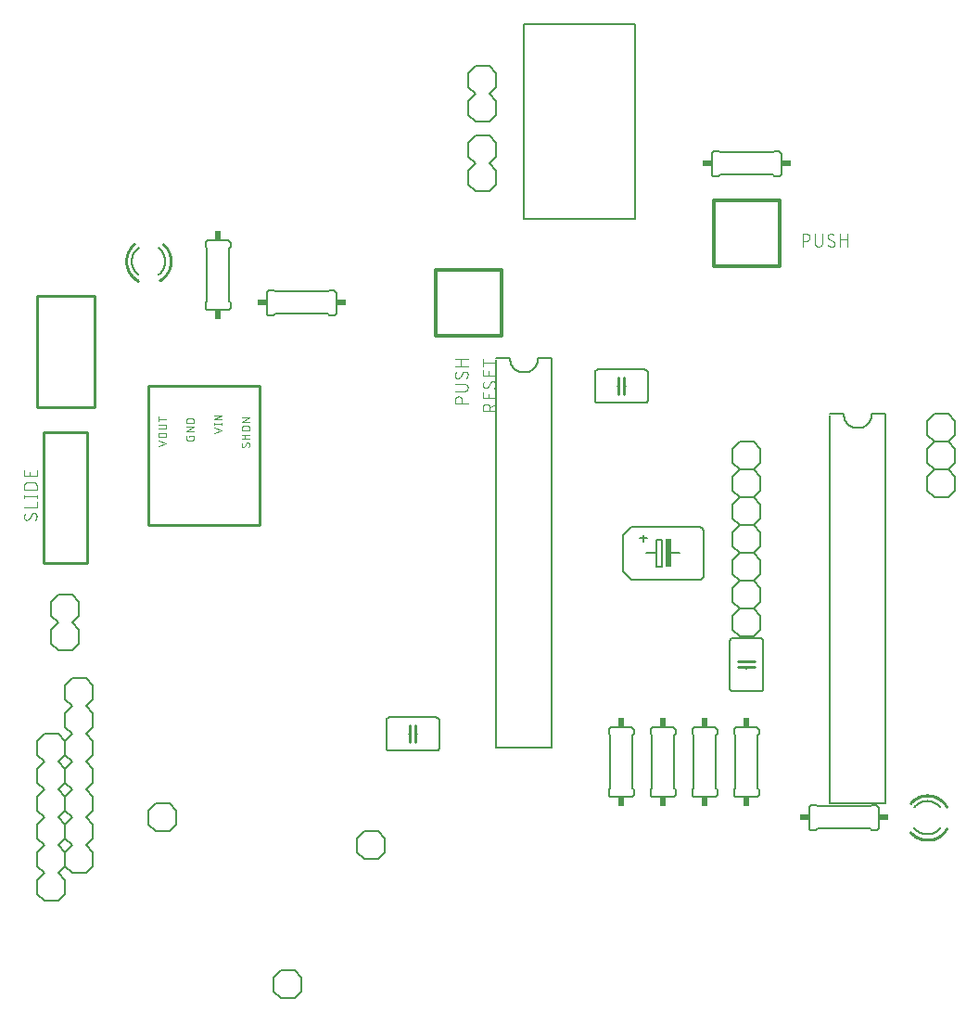
<source format=gto>
G75*
%MOIN*%
%OFA0B0*%
%FSLAX25Y25*%
%IPPOS*%
%LPD*%
%AMOC8*
5,1,8,0,0,1.08239X$1,22.5*
%
%ADD10C,0.00600*%
%ADD11C,0.01000*%
%ADD12C,0.00800*%
%ADD13C,0.00300*%
%ADD14C,0.00400*%
%ADD15R,0.02400X0.03400*%
%ADD16C,0.01200*%
%ADD17R,0.03400X0.02400*%
%ADD18R,0.02000X0.10000*%
%ADD19C,0.00500*%
D10*
X0133500Y0121800D02*
X0133500Y0131800D01*
X0133502Y0131860D01*
X0133507Y0131921D01*
X0133516Y0131980D01*
X0133529Y0132039D01*
X0133545Y0132098D01*
X0133565Y0132155D01*
X0133588Y0132210D01*
X0133615Y0132265D01*
X0133644Y0132317D01*
X0133677Y0132368D01*
X0133713Y0132417D01*
X0133751Y0132463D01*
X0133793Y0132507D01*
X0133837Y0132549D01*
X0133883Y0132587D01*
X0133932Y0132623D01*
X0133983Y0132656D01*
X0134035Y0132685D01*
X0134090Y0132712D01*
X0134145Y0132735D01*
X0134202Y0132755D01*
X0134261Y0132771D01*
X0134320Y0132784D01*
X0134379Y0132793D01*
X0134440Y0132798D01*
X0134500Y0132800D01*
X0151500Y0132800D01*
X0151560Y0132798D01*
X0151621Y0132793D01*
X0151680Y0132784D01*
X0151739Y0132771D01*
X0151798Y0132755D01*
X0151855Y0132735D01*
X0151910Y0132712D01*
X0151965Y0132685D01*
X0152017Y0132656D01*
X0152068Y0132623D01*
X0152117Y0132587D01*
X0152163Y0132549D01*
X0152207Y0132507D01*
X0152249Y0132463D01*
X0152287Y0132417D01*
X0152323Y0132368D01*
X0152356Y0132317D01*
X0152385Y0132265D01*
X0152412Y0132210D01*
X0152435Y0132155D01*
X0152455Y0132098D01*
X0152471Y0132039D01*
X0152484Y0131980D01*
X0152493Y0131921D01*
X0152498Y0131860D01*
X0152500Y0131800D01*
X0152500Y0121800D01*
X0152498Y0121740D01*
X0152493Y0121679D01*
X0152484Y0121620D01*
X0152471Y0121561D01*
X0152455Y0121502D01*
X0152435Y0121445D01*
X0152412Y0121390D01*
X0152385Y0121335D01*
X0152356Y0121283D01*
X0152323Y0121232D01*
X0152287Y0121183D01*
X0152249Y0121137D01*
X0152207Y0121093D01*
X0152163Y0121051D01*
X0152117Y0121013D01*
X0152068Y0120977D01*
X0152017Y0120944D01*
X0151965Y0120915D01*
X0151910Y0120888D01*
X0151855Y0120865D01*
X0151798Y0120845D01*
X0151739Y0120829D01*
X0151680Y0120816D01*
X0151621Y0120807D01*
X0151560Y0120802D01*
X0151500Y0120800D01*
X0134500Y0120800D01*
X0134440Y0120802D01*
X0134379Y0120807D01*
X0134320Y0120816D01*
X0134261Y0120829D01*
X0134202Y0120845D01*
X0134145Y0120865D01*
X0134090Y0120888D01*
X0134035Y0120915D01*
X0133983Y0120944D01*
X0133932Y0120977D01*
X0133883Y0121013D01*
X0133837Y0121051D01*
X0133793Y0121093D01*
X0133751Y0121137D01*
X0133713Y0121183D01*
X0133677Y0121232D01*
X0133644Y0121283D01*
X0133615Y0121335D01*
X0133588Y0121390D01*
X0133565Y0121445D01*
X0133545Y0121502D01*
X0133529Y0121561D01*
X0133516Y0121620D01*
X0133507Y0121679D01*
X0133502Y0121740D01*
X0133500Y0121800D01*
X0141500Y0126800D02*
X0142000Y0126800D01*
X0144000Y0126800D02*
X0144500Y0126800D01*
X0173000Y0121800D02*
X0173000Y0261300D01*
X0173000Y0261800D02*
X0178000Y0261800D01*
X0178002Y0261660D01*
X0178008Y0261520D01*
X0178018Y0261380D01*
X0178031Y0261240D01*
X0178049Y0261101D01*
X0178071Y0260962D01*
X0178096Y0260825D01*
X0178125Y0260687D01*
X0178158Y0260551D01*
X0178195Y0260416D01*
X0178236Y0260282D01*
X0178281Y0260149D01*
X0178329Y0260017D01*
X0178381Y0259887D01*
X0178436Y0259758D01*
X0178495Y0259631D01*
X0178558Y0259505D01*
X0178624Y0259381D01*
X0178693Y0259260D01*
X0178766Y0259140D01*
X0178843Y0259022D01*
X0178922Y0258907D01*
X0179005Y0258793D01*
X0179091Y0258683D01*
X0179180Y0258574D01*
X0179272Y0258468D01*
X0179367Y0258365D01*
X0179464Y0258264D01*
X0179565Y0258167D01*
X0179668Y0258072D01*
X0179774Y0257980D01*
X0179883Y0257891D01*
X0179993Y0257805D01*
X0180107Y0257722D01*
X0180222Y0257643D01*
X0180340Y0257566D01*
X0180460Y0257493D01*
X0180581Y0257424D01*
X0180705Y0257358D01*
X0180831Y0257295D01*
X0180958Y0257236D01*
X0181087Y0257181D01*
X0181217Y0257129D01*
X0181349Y0257081D01*
X0181482Y0257036D01*
X0181616Y0256995D01*
X0181751Y0256958D01*
X0181887Y0256925D01*
X0182025Y0256896D01*
X0182162Y0256871D01*
X0182301Y0256849D01*
X0182440Y0256831D01*
X0182580Y0256818D01*
X0182720Y0256808D01*
X0182860Y0256802D01*
X0183000Y0256800D01*
X0183140Y0256802D01*
X0183280Y0256808D01*
X0183420Y0256818D01*
X0183560Y0256831D01*
X0183699Y0256849D01*
X0183838Y0256871D01*
X0183975Y0256896D01*
X0184113Y0256925D01*
X0184249Y0256958D01*
X0184384Y0256995D01*
X0184518Y0257036D01*
X0184651Y0257081D01*
X0184783Y0257129D01*
X0184913Y0257181D01*
X0185042Y0257236D01*
X0185169Y0257295D01*
X0185295Y0257358D01*
X0185419Y0257424D01*
X0185540Y0257493D01*
X0185660Y0257566D01*
X0185778Y0257643D01*
X0185893Y0257722D01*
X0186007Y0257805D01*
X0186117Y0257891D01*
X0186226Y0257980D01*
X0186332Y0258072D01*
X0186435Y0258167D01*
X0186536Y0258264D01*
X0186633Y0258365D01*
X0186728Y0258468D01*
X0186820Y0258574D01*
X0186909Y0258683D01*
X0186995Y0258793D01*
X0187078Y0258907D01*
X0187157Y0259022D01*
X0187234Y0259140D01*
X0187307Y0259260D01*
X0187376Y0259381D01*
X0187442Y0259505D01*
X0187505Y0259631D01*
X0187564Y0259758D01*
X0187619Y0259887D01*
X0187671Y0260017D01*
X0187719Y0260149D01*
X0187764Y0260282D01*
X0187805Y0260416D01*
X0187842Y0260551D01*
X0187875Y0260687D01*
X0187904Y0260825D01*
X0187929Y0260962D01*
X0187951Y0261101D01*
X0187969Y0261240D01*
X0187982Y0261380D01*
X0187992Y0261520D01*
X0187998Y0261660D01*
X0188000Y0261800D01*
X0193000Y0261800D01*
X0193000Y0121800D01*
X0173000Y0121800D01*
X0213500Y0126800D02*
X0214000Y0126300D01*
X0214000Y0107300D01*
X0213500Y0106800D01*
X0213500Y0105300D01*
X0213502Y0105240D01*
X0213507Y0105179D01*
X0213516Y0105120D01*
X0213529Y0105061D01*
X0213545Y0105002D01*
X0213565Y0104945D01*
X0213588Y0104890D01*
X0213615Y0104835D01*
X0213644Y0104783D01*
X0213677Y0104732D01*
X0213713Y0104683D01*
X0213751Y0104637D01*
X0213793Y0104593D01*
X0213837Y0104551D01*
X0213883Y0104513D01*
X0213932Y0104477D01*
X0213983Y0104444D01*
X0214035Y0104415D01*
X0214090Y0104388D01*
X0214145Y0104365D01*
X0214202Y0104345D01*
X0214261Y0104329D01*
X0214320Y0104316D01*
X0214379Y0104307D01*
X0214440Y0104302D01*
X0214500Y0104300D01*
X0221500Y0104300D01*
X0221560Y0104302D01*
X0221621Y0104307D01*
X0221680Y0104316D01*
X0221739Y0104329D01*
X0221798Y0104345D01*
X0221855Y0104365D01*
X0221910Y0104388D01*
X0221965Y0104415D01*
X0222017Y0104444D01*
X0222068Y0104477D01*
X0222117Y0104513D01*
X0222163Y0104551D01*
X0222207Y0104593D01*
X0222249Y0104637D01*
X0222287Y0104683D01*
X0222323Y0104732D01*
X0222356Y0104783D01*
X0222385Y0104835D01*
X0222412Y0104890D01*
X0222435Y0104945D01*
X0222455Y0105002D01*
X0222471Y0105061D01*
X0222484Y0105120D01*
X0222493Y0105179D01*
X0222498Y0105240D01*
X0222500Y0105300D01*
X0222500Y0106800D01*
X0222000Y0107300D01*
X0222000Y0126300D01*
X0222500Y0126800D01*
X0222500Y0128300D01*
X0222498Y0128360D01*
X0222493Y0128421D01*
X0222484Y0128480D01*
X0222471Y0128539D01*
X0222455Y0128598D01*
X0222435Y0128655D01*
X0222412Y0128710D01*
X0222385Y0128765D01*
X0222356Y0128817D01*
X0222323Y0128868D01*
X0222287Y0128917D01*
X0222249Y0128963D01*
X0222207Y0129007D01*
X0222163Y0129049D01*
X0222117Y0129087D01*
X0222068Y0129123D01*
X0222017Y0129156D01*
X0221965Y0129185D01*
X0221910Y0129212D01*
X0221855Y0129235D01*
X0221798Y0129255D01*
X0221739Y0129271D01*
X0221680Y0129284D01*
X0221621Y0129293D01*
X0221560Y0129298D01*
X0221500Y0129300D01*
X0214500Y0129300D01*
X0214440Y0129298D01*
X0214379Y0129293D01*
X0214320Y0129284D01*
X0214261Y0129271D01*
X0214202Y0129255D01*
X0214145Y0129235D01*
X0214090Y0129212D01*
X0214035Y0129185D01*
X0213983Y0129156D01*
X0213932Y0129123D01*
X0213883Y0129087D01*
X0213837Y0129049D01*
X0213793Y0129007D01*
X0213751Y0128963D01*
X0213713Y0128917D01*
X0213677Y0128868D01*
X0213644Y0128817D01*
X0213615Y0128765D01*
X0213588Y0128710D01*
X0213565Y0128655D01*
X0213545Y0128598D01*
X0213529Y0128539D01*
X0213516Y0128480D01*
X0213507Y0128421D01*
X0213502Y0128360D01*
X0213500Y0128300D01*
X0213500Y0126800D01*
X0228500Y0126800D02*
X0229000Y0126300D01*
X0229000Y0107300D01*
X0228500Y0106800D01*
X0228500Y0105300D01*
X0228502Y0105240D01*
X0228507Y0105179D01*
X0228516Y0105120D01*
X0228529Y0105061D01*
X0228545Y0105002D01*
X0228565Y0104945D01*
X0228588Y0104890D01*
X0228615Y0104835D01*
X0228644Y0104783D01*
X0228677Y0104732D01*
X0228713Y0104683D01*
X0228751Y0104637D01*
X0228793Y0104593D01*
X0228837Y0104551D01*
X0228883Y0104513D01*
X0228932Y0104477D01*
X0228983Y0104444D01*
X0229035Y0104415D01*
X0229090Y0104388D01*
X0229145Y0104365D01*
X0229202Y0104345D01*
X0229261Y0104329D01*
X0229320Y0104316D01*
X0229379Y0104307D01*
X0229440Y0104302D01*
X0229500Y0104300D01*
X0236500Y0104300D01*
X0236560Y0104302D01*
X0236621Y0104307D01*
X0236680Y0104316D01*
X0236739Y0104329D01*
X0236798Y0104345D01*
X0236855Y0104365D01*
X0236910Y0104388D01*
X0236965Y0104415D01*
X0237017Y0104444D01*
X0237068Y0104477D01*
X0237117Y0104513D01*
X0237163Y0104551D01*
X0237207Y0104593D01*
X0237249Y0104637D01*
X0237287Y0104683D01*
X0237323Y0104732D01*
X0237356Y0104783D01*
X0237385Y0104835D01*
X0237412Y0104890D01*
X0237435Y0104945D01*
X0237455Y0105002D01*
X0237471Y0105061D01*
X0237484Y0105120D01*
X0237493Y0105179D01*
X0237498Y0105240D01*
X0237500Y0105300D01*
X0237500Y0106800D01*
X0237000Y0107300D01*
X0237000Y0126300D01*
X0237500Y0126800D01*
X0237500Y0128300D01*
X0237498Y0128360D01*
X0237493Y0128421D01*
X0237484Y0128480D01*
X0237471Y0128539D01*
X0237455Y0128598D01*
X0237435Y0128655D01*
X0237412Y0128710D01*
X0237385Y0128765D01*
X0237356Y0128817D01*
X0237323Y0128868D01*
X0237287Y0128917D01*
X0237249Y0128963D01*
X0237207Y0129007D01*
X0237163Y0129049D01*
X0237117Y0129087D01*
X0237068Y0129123D01*
X0237017Y0129156D01*
X0236965Y0129185D01*
X0236910Y0129212D01*
X0236855Y0129235D01*
X0236798Y0129255D01*
X0236739Y0129271D01*
X0236680Y0129284D01*
X0236621Y0129293D01*
X0236560Y0129298D01*
X0236500Y0129300D01*
X0229500Y0129300D01*
X0229440Y0129298D01*
X0229379Y0129293D01*
X0229320Y0129284D01*
X0229261Y0129271D01*
X0229202Y0129255D01*
X0229145Y0129235D01*
X0229090Y0129212D01*
X0229035Y0129185D01*
X0228983Y0129156D01*
X0228932Y0129123D01*
X0228883Y0129087D01*
X0228837Y0129049D01*
X0228793Y0129007D01*
X0228751Y0128963D01*
X0228713Y0128917D01*
X0228677Y0128868D01*
X0228644Y0128817D01*
X0228615Y0128765D01*
X0228588Y0128710D01*
X0228565Y0128655D01*
X0228545Y0128598D01*
X0228529Y0128539D01*
X0228516Y0128480D01*
X0228507Y0128421D01*
X0228502Y0128360D01*
X0228500Y0128300D01*
X0228500Y0126800D01*
X0243500Y0126800D02*
X0244000Y0126300D01*
X0244000Y0107300D01*
X0243500Y0106800D01*
X0243500Y0105300D01*
X0243502Y0105240D01*
X0243507Y0105179D01*
X0243516Y0105120D01*
X0243529Y0105061D01*
X0243545Y0105002D01*
X0243565Y0104945D01*
X0243588Y0104890D01*
X0243615Y0104835D01*
X0243644Y0104783D01*
X0243677Y0104732D01*
X0243713Y0104683D01*
X0243751Y0104637D01*
X0243793Y0104593D01*
X0243837Y0104551D01*
X0243883Y0104513D01*
X0243932Y0104477D01*
X0243983Y0104444D01*
X0244035Y0104415D01*
X0244090Y0104388D01*
X0244145Y0104365D01*
X0244202Y0104345D01*
X0244261Y0104329D01*
X0244320Y0104316D01*
X0244379Y0104307D01*
X0244440Y0104302D01*
X0244500Y0104300D01*
X0251500Y0104300D01*
X0251560Y0104302D01*
X0251621Y0104307D01*
X0251680Y0104316D01*
X0251739Y0104329D01*
X0251798Y0104345D01*
X0251855Y0104365D01*
X0251910Y0104388D01*
X0251965Y0104415D01*
X0252017Y0104444D01*
X0252068Y0104477D01*
X0252117Y0104513D01*
X0252163Y0104551D01*
X0252207Y0104593D01*
X0252249Y0104637D01*
X0252287Y0104683D01*
X0252323Y0104732D01*
X0252356Y0104783D01*
X0252385Y0104835D01*
X0252412Y0104890D01*
X0252435Y0104945D01*
X0252455Y0105002D01*
X0252471Y0105061D01*
X0252484Y0105120D01*
X0252493Y0105179D01*
X0252498Y0105240D01*
X0252500Y0105300D01*
X0252500Y0106800D01*
X0252000Y0107300D01*
X0252000Y0126300D01*
X0252500Y0126800D01*
X0252500Y0128300D01*
X0252498Y0128360D01*
X0252493Y0128421D01*
X0252484Y0128480D01*
X0252471Y0128539D01*
X0252455Y0128598D01*
X0252435Y0128655D01*
X0252412Y0128710D01*
X0252385Y0128765D01*
X0252356Y0128817D01*
X0252323Y0128868D01*
X0252287Y0128917D01*
X0252249Y0128963D01*
X0252207Y0129007D01*
X0252163Y0129049D01*
X0252117Y0129087D01*
X0252068Y0129123D01*
X0252017Y0129156D01*
X0251965Y0129185D01*
X0251910Y0129212D01*
X0251855Y0129235D01*
X0251798Y0129255D01*
X0251739Y0129271D01*
X0251680Y0129284D01*
X0251621Y0129293D01*
X0251560Y0129298D01*
X0251500Y0129300D01*
X0244500Y0129300D01*
X0244440Y0129298D01*
X0244379Y0129293D01*
X0244320Y0129284D01*
X0244261Y0129271D01*
X0244202Y0129255D01*
X0244145Y0129235D01*
X0244090Y0129212D01*
X0244035Y0129185D01*
X0243983Y0129156D01*
X0243932Y0129123D01*
X0243883Y0129087D01*
X0243837Y0129049D01*
X0243793Y0129007D01*
X0243751Y0128963D01*
X0243713Y0128917D01*
X0243677Y0128868D01*
X0243644Y0128817D01*
X0243615Y0128765D01*
X0243588Y0128710D01*
X0243565Y0128655D01*
X0243545Y0128598D01*
X0243529Y0128539D01*
X0243516Y0128480D01*
X0243507Y0128421D01*
X0243502Y0128360D01*
X0243500Y0128300D01*
X0243500Y0126800D01*
X0258500Y0126800D02*
X0259000Y0126300D01*
X0259000Y0107300D01*
X0258500Y0106800D01*
X0258500Y0105300D01*
X0258502Y0105240D01*
X0258507Y0105179D01*
X0258516Y0105120D01*
X0258529Y0105061D01*
X0258545Y0105002D01*
X0258565Y0104945D01*
X0258588Y0104890D01*
X0258615Y0104835D01*
X0258644Y0104783D01*
X0258677Y0104732D01*
X0258713Y0104683D01*
X0258751Y0104637D01*
X0258793Y0104593D01*
X0258837Y0104551D01*
X0258883Y0104513D01*
X0258932Y0104477D01*
X0258983Y0104444D01*
X0259035Y0104415D01*
X0259090Y0104388D01*
X0259145Y0104365D01*
X0259202Y0104345D01*
X0259261Y0104329D01*
X0259320Y0104316D01*
X0259379Y0104307D01*
X0259440Y0104302D01*
X0259500Y0104300D01*
X0266500Y0104300D01*
X0266560Y0104302D01*
X0266621Y0104307D01*
X0266680Y0104316D01*
X0266739Y0104329D01*
X0266798Y0104345D01*
X0266855Y0104365D01*
X0266910Y0104388D01*
X0266965Y0104415D01*
X0267017Y0104444D01*
X0267068Y0104477D01*
X0267117Y0104513D01*
X0267163Y0104551D01*
X0267207Y0104593D01*
X0267249Y0104637D01*
X0267287Y0104683D01*
X0267323Y0104732D01*
X0267356Y0104783D01*
X0267385Y0104835D01*
X0267412Y0104890D01*
X0267435Y0104945D01*
X0267455Y0105002D01*
X0267471Y0105061D01*
X0267484Y0105120D01*
X0267493Y0105179D01*
X0267498Y0105240D01*
X0267500Y0105300D01*
X0267500Y0106800D01*
X0267000Y0107300D01*
X0267000Y0126300D01*
X0267500Y0126800D01*
X0267500Y0128300D01*
X0267498Y0128360D01*
X0267493Y0128421D01*
X0267484Y0128480D01*
X0267471Y0128539D01*
X0267455Y0128598D01*
X0267435Y0128655D01*
X0267412Y0128710D01*
X0267385Y0128765D01*
X0267356Y0128817D01*
X0267323Y0128868D01*
X0267287Y0128917D01*
X0267249Y0128963D01*
X0267207Y0129007D01*
X0267163Y0129049D01*
X0267117Y0129087D01*
X0267068Y0129123D01*
X0267017Y0129156D01*
X0266965Y0129185D01*
X0266910Y0129212D01*
X0266855Y0129235D01*
X0266798Y0129255D01*
X0266739Y0129271D01*
X0266680Y0129284D01*
X0266621Y0129293D01*
X0266560Y0129298D01*
X0266500Y0129300D01*
X0259500Y0129300D01*
X0259440Y0129298D01*
X0259379Y0129293D01*
X0259320Y0129284D01*
X0259261Y0129271D01*
X0259202Y0129255D01*
X0259145Y0129235D01*
X0259090Y0129212D01*
X0259035Y0129185D01*
X0258983Y0129156D01*
X0258932Y0129123D01*
X0258883Y0129087D01*
X0258837Y0129049D01*
X0258793Y0129007D01*
X0258751Y0128963D01*
X0258713Y0128917D01*
X0258677Y0128868D01*
X0258644Y0128817D01*
X0258615Y0128765D01*
X0258588Y0128710D01*
X0258565Y0128655D01*
X0258545Y0128598D01*
X0258529Y0128539D01*
X0258516Y0128480D01*
X0258507Y0128421D01*
X0258502Y0128360D01*
X0258500Y0128300D01*
X0258500Y0126800D01*
X0258000Y0142300D02*
X0268000Y0142300D01*
X0268060Y0142302D01*
X0268121Y0142307D01*
X0268180Y0142316D01*
X0268239Y0142329D01*
X0268298Y0142345D01*
X0268355Y0142365D01*
X0268410Y0142388D01*
X0268465Y0142415D01*
X0268517Y0142444D01*
X0268568Y0142477D01*
X0268617Y0142513D01*
X0268663Y0142551D01*
X0268707Y0142593D01*
X0268749Y0142637D01*
X0268787Y0142683D01*
X0268823Y0142732D01*
X0268856Y0142783D01*
X0268885Y0142835D01*
X0268912Y0142890D01*
X0268935Y0142945D01*
X0268955Y0143002D01*
X0268971Y0143061D01*
X0268984Y0143120D01*
X0268993Y0143179D01*
X0268998Y0143240D01*
X0269000Y0143300D01*
X0269000Y0160300D01*
X0268998Y0160360D01*
X0268993Y0160421D01*
X0268984Y0160480D01*
X0268971Y0160539D01*
X0268955Y0160598D01*
X0268935Y0160655D01*
X0268912Y0160710D01*
X0268885Y0160765D01*
X0268856Y0160817D01*
X0268823Y0160868D01*
X0268787Y0160917D01*
X0268749Y0160963D01*
X0268707Y0161007D01*
X0268663Y0161049D01*
X0268617Y0161087D01*
X0268568Y0161123D01*
X0268517Y0161156D01*
X0268465Y0161185D01*
X0268410Y0161212D01*
X0268355Y0161235D01*
X0268298Y0161255D01*
X0268239Y0161271D01*
X0268180Y0161284D01*
X0268121Y0161293D01*
X0268060Y0161298D01*
X0268000Y0161300D01*
X0258000Y0161300D01*
X0257940Y0161298D01*
X0257879Y0161293D01*
X0257820Y0161284D01*
X0257761Y0161271D01*
X0257702Y0161255D01*
X0257645Y0161235D01*
X0257590Y0161212D01*
X0257535Y0161185D01*
X0257483Y0161156D01*
X0257432Y0161123D01*
X0257383Y0161087D01*
X0257337Y0161049D01*
X0257293Y0161007D01*
X0257251Y0160963D01*
X0257213Y0160917D01*
X0257177Y0160868D01*
X0257144Y0160817D01*
X0257115Y0160765D01*
X0257088Y0160710D01*
X0257065Y0160655D01*
X0257045Y0160598D01*
X0257029Y0160539D01*
X0257016Y0160480D01*
X0257007Y0160421D01*
X0257002Y0160360D01*
X0257000Y0160300D01*
X0257000Y0143300D01*
X0257002Y0143240D01*
X0257007Y0143179D01*
X0257016Y0143120D01*
X0257029Y0143061D01*
X0257045Y0143002D01*
X0257065Y0142945D01*
X0257088Y0142890D01*
X0257115Y0142835D01*
X0257144Y0142783D01*
X0257177Y0142732D01*
X0257213Y0142683D01*
X0257251Y0142637D01*
X0257293Y0142593D01*
X0257337Y0142551D01*
X0257383Y0142513D01*
X0257432Y0142477D01*
X0257483Y0142444D01*
X0257535Y0142415D01*
X0257590Y0142388D01*
X0257645Y0142365D01*
X0257702Y0142345D01*
X0257761Y0142329D01*
X0257820Y0142316D01*
X0257879Y0142307D01*
X0257940Y0142302D01*
X0258000Y0142300D01*
X0263000Y0150300D02*
X0263000Y0150800D01*
X0263000Y0152800D02*
X0263000Y0153300D01*
X0246000Y0182300D02*
X0221500Y0182300D01*
X0218500Y0185300D01*
X0218500Y0198300D01*
X0221500Y0201300D01*
X0246000Y0201300D01*
X0246076Y0201298D01*
X0246152Y0201292D01*
X0246227Y0201283D01*
X0246302Y0201269D01*
X0246376Y0201252D01*
X0246449Y0201231D01*
X0246521Y0201207D01*
X0246592Y0201178D01*
X0246661Y0201147D01*
X0246728Y0201112D01*
X0246793Y0201073D01*
X0246857Y0201031D01*
X0246918Y0200986D01*
X0246977Y0200938D01*
X0247033Y0200887D01*
X0247087Y0200833D01*
X0247138Y0200777D01*
X0247186Y0200718D01*
X0247231Y0200657D01*
X0247273Y0200593D01*
X0247312Y0200528D01*
X0247347Y0200461D01*
X0247378Y0200392D01*
X0247407Y0200321D01*
X0247431Y0200249D01*
X0247452Y0200176D01*
X0247469Y0200102D01*
X0247483Y0200027D01*
X0247492Y0199952D01*
X0247498Y0199876D01*
X0247500Y0199800D01*
X0247500Y0183800D01*
X0247498Y0183724D01*
X0247492Y0183648D01*
X0247483Y0183573D01*
X0247469Y0183498D01*
X0247452Y0183424D01*
X0247431Y0183351D01*
X0247407Y0183279D01*
X0247378Y0183208D01*
X0247347Y0183139D01*
X0247312Y0183072D01*
X0247273Y0183007D01*
X0247231Y0182943D01*
X0247186Y0182882D01*
X0247138Y0182823D01*
X0247087Y0182767D01*
X0247033Y0182713D01*
X0246977Y0182662D01*
X0246918Y0182614D01*
X0246857Y0182569D01*
X0246793Y0182527D01*
X0246728Y0182488D01*
X0246661Y0182453D01*
X0246592Y0182422D01*
X0246521Y0182393D01*
X0246449Y0182369D01*
X0246376Y0182348D01*
X0246302Y0182331D01*
X0246227Y0182317D01*
X0246152Y0182308D01*
X0246076Y0182302D01*
X0246000Y0182300D01*
X0239000Y0191800D02*
X0235500Y0191800D01*
X0230500Y0191800D02*
X0230500Y0196600D01*
X0232500Y0196600D01*
X0232500Y0187000D01*
X0230500Y0187000D01*
X0230500Y0191800D01*
X0227000Y0191800D01*
X0226000Y0195900D02*
X0226000Y0198400D01*
X0227300Y0197200D02*
X0224700Y0197200D01*
X0226500Y0245800D02*
X0209500Y0245800D01*
X0209440Y0245802D01*
X0209379Y0245807D01*
X0209320Y0245816D01*
X0209261Y0245829D01*
X0209202Y0245845D01*
X0209145Y0245865D01*
X0209090Y0245888D01*
X0209035Y0245915D01*
X0208983Y0245944D01*
X0208932Y0245977D01*
X0208883Y0246013D01*
X0208837Y0246051D01*
X0208793Y0246093D01*
X0208751Y0246137D01*
X0208713Y0246183D01*
X0208677Y0246232D01*
X0208644Y0246283D01*
X0208615Y0246335D01*
X0208588Y0246390D01*
X0208565Y0246445D01*
X0208545Y0246502D01*
X0208529Y0246561D01*
X0208516Y0246620D01*
X0208507Y0246679D01*
X0208502Y0246740D01*
X0208500Y0246800D01*
X0208500Y0256800D01*
X0208502Y0256860D01*
X0208507Y0256921D01*
X0208516Y0256980D01*
X0208529Y0257039D01*
X0208545Y0257098D01*
X0208565Y0257155D01*
X0208588Y0257210D01*
X0208615Y0257265D01*
X0208644Y0257317D01*
X0208677Y0257368D01*
X0208713Y0257417D01*
X0208751Y0257463D01*
X0208793Y0257507D01*
X0208837Y0257549D01*
X0208883Y0257587D01*
X0208932Y0257623D01*
X0208983Y0257656D01*
X0209035Y0257685D01*
X0209090Y0257712D01*
X0209145Y0257735D01*
X0209202Y0257755D01*
X0209261Y0257771D01*
X0209320Y0257784D01*
X0209379Y0257793D01*
X0209440Y0257798D01*
X0209500Y0257800D01*
X0226500Y0257800D01*
X0226560Y0257798D01*
X0226621Y0257793D01*
X0226680Y0257784D01*
X0226739Y0257771D01*
X0226798Y0257755D01*
X0226855Y0257735D01*
X0226910Y0257712D01*
X0226965Y0257685D01*
X0227017Y0257656D01*
X0227068Y0257623D01*
X0227117Y0257587D01*
X0227163Y0257549D01*
X0227207Y0257507D01*
X0227249Y0257463D01*
X0227287Y0257417D01*
X0227323Y0257368D01*
X0227356Y0257317D01*
X0227385Y0257265D01*
X0227412Y0257210D01*
X0227435Y0257155D01*
X0227455Y0257098D01*
X0227471Y0257039D01*
X0227484Y0256980D01*
X0227493Y0256921D01*
X0227498Y0256860D01*
X0227500Y0256800D01*
X0227500Y0246800D01*
X0227498Y0246740D01*
X0227493Y0246679D01*
X0227484Y0246620D01*
X0227471Y0246561D01*
X0227455Y0246502D01*
X0227435Y0246445D01*
X0227412Y0246390D01*
X0227385Y0246335D01*
X0227356Y0246283D01*
X0227323Y0246232D01*
X0227287Y0246183D01*
X0227249Y0246137D01*
X0227207Y0246093D01*
X0227163Y0246051D01*
X0227117Y0246013D01*
X0227068Y0245977D01*
X0227017Y0245944D01*
X0226965Y0245915D01*
X0226910Y0245888D01*
X0226855Y0245865D01*
X0226798Y0245845D01*
X0226739Y0245829D01*
X0226680Y0245816D01*
X0226621Y0245807D01*
X0226560Y0245802D01*
X0226500Y0245800D01*
X0219500Y0251800D02*
X0219000Y0251800D01*
X0217000Y0251800D02*
X0216500Y0251800D01*
X0293000Y0241800D02*
X0298000Y0241800D01*
X0298002Y0241660D01*
X0298008Y0241520D01*
X0298018Y0241380D01*
X0298031Y0241240D01*
X0298049Y0241101D01*
X0298071Y0240962D01*
X0298096Y0240825D01*
X0298125Y0240687D01*
X0298158Y0240551D01*
X0298195Y0240416D01*
X0298236Y0240282D01*
X0298281Y0240149D01*
X0298329Y0240017D01*
X0298381Y0239887D01*
X0298436Y0239758D01*
X0298495Y0239631D01*
X0298558Y0239505D01*
X0298624Y0239381D01*
X0298693Y0239260D01*
X0298766Y0239140D01*
X0298843Y0239022D01*
X0298922Y0238907D01*
X0299005Y0238793D01*
X0299091Y0238683D01*
X0299180Y0238574D01*
X0299272Y0238468D01*
X0299367Y0238365D01*
X0299464Y0238264D01*
X0299565Y0238167D01*
X0299668Y0238072D01*
X0299774Y0237980D01*
X0299883Y0237891D01*
X0299993Y0237805D01*
X0300107Y0237722D01*
X0300222Y0237643D01*
X0300340Y0237566D01*
X0300460Y0237493D01*
X0300581Y0237424D01*
X0300705Y0237358D01*
X0300831Y0237295D01*
X0300958Y0237236D01*
X0301087Y0237181D01*
X0301217Y0237129D01*
X0301349Y0237081D01*
X0301482Y0237036D01*
X0301616Y0236995D01*
X0301751Y0236958D01*
X0301887Y0236925D01*
X0302025Y0236896D01*
X0302162Y0236871D01*
X0302301Y0236849D01*
X0302440Y0236831D01*
X0302580Y0236818D01*
X0302720Y0236808D01*
X0302860Y0236802D01*
X0303000Y0236800D01*
X0303140Y0236802D01*
X0303280Y0236808D01*
X0303420Y0236818D01*
X0303560Y0236831D01*
X0303699Y0236849D01*
X0303838Y0236871D01*
X0303975Y0236896D01*
X0304113Y0236925D01*
X0304249Y0236958D01*
X0304384Y0236995D01*
X0304518Y0237036D01*
X0304651Y0237081D01*
X0304783Y0237129D01*
X0304913Y0237181D01*
X0305042Y0237236D01*
X0305169Y0237295D01*
X0305295Y0237358D01*
X0305419Y0237424D01*
X0305540Y0237493D01*
X0305660Y0237566D01*
X0305778Y0237643D01*
X0305893Y0237722D01*
X0306007Y0237805D01*
X0306117Y0237891D01*
X0306226Y0237980D01*
X0306332Y0238072D01*
X0306435Y0238167D01*
X0306536Y0238264D01*
X0306633Y0238365D01*
X0306728Y0238468D01*
X0306820Y0238574D01*
X0306909Y0238683D01*
X0306995Y0238793D01*
X0307078Y0238907D01*
X0307157Y0239022D01*
X0307234Y0239140D01*
X0307307Y0239260D01*
X0307376Y0239381D01*
X0307442Y0239505D01*
X0307505Y0239631D01*
X0307564Y0239758D01*
X0307619Y0239887D01*
X0307671Y0240017D01*
X0307719Y0240149D01*
X0307764Y0240282D01*
X0307805Y0240416D01*
X0307842Y0240551D01*
X0307875Y0240687D01*
X0307904Y0240825D01*
X0307929Y0240962D01*
X0307951Y0241101D01*
X0307969Y0241240D01*
X0307982Y0241380D01*
X0307992Y0241520D01*
X0307998Y0241660D01*
X0308000Y0241800D01*
X0313000Y0241800D01*
X0313000Y0101800D01*
X0293000Y0101800D01*
X0293000Y0241300D01*
X0274500Y0327300D02*
X0273000Y0327300D01*
X0272500Y0327800D01*
X0253500Y0327800D01*
X0253000Y0327300D01*
X0251500Y0327300D01*
X0251440Y0327302D01*
X0251379Y0327307D01*
X0251320Y0327316D01*
X0251261Y0327329D01*
X0251202Y0327345D01*
X0251145Y0327365D01*
X0251090Y0327388D01*
X0251035Y0327415D01*
X0250983Y0327444D01*
X0250932Y0327477D01*
X0250883Y0327513D01*
X0250837Y0327551D01*
X0250793Y0327593D01*
X0250751Y0327637D01*
X0250713Y0327683D01*
X0250677Y0327732D01*
X0250644Y0327783D01*
X0250615Y0327835D01*
X0250588Y0327890D01*
X0250565Y0327945D01*
X0250545Y0328002D01*
X0250529Y0328061D01*
X0250516Y0328120D01*
X0250507Y0328179D01*
X0250502Y0328240D01*
X0250500Y0328300D01*
X0250500Y0335300D01*
X0250502Y0335360D01*
X0250507Y0335421D01*
X0250516Y0335480D01*
X0250529Y0335539D01*
X0250545Y0335598D01*
X0250565Y0335655D01*
X0250588Y0335710D01*
X0250615Y0335765D01*
X0250644Y0335817D01*
X0250677Y0335868D01*
X0250713Y0335917D01*
X0250751Y0335963D01*
X0250793Y0336007D01*
X0250837Y0336049D01*
X0250883Y0336087D01*
X0250932Y0336123D01*
X0250983Y0336156D01*
X0251035Y0336185D01*
X0251090Y0336212D01*
X0251145Y0336235D01*
X0251202Y0336255D01*
X0251261Y0336271D01*
X0251320Y0336284D01*
X0251379Y0336293D01*
X0251440Y0336298D01*
X0251500Y0336300D01*
X0253000Y0336300D01*
X0253500Y0335800D01*
X0272500Y0335800D01*
X0273000Y0336300D01*
X0274500Y0336300D01*
X0274560Y0336298D01*
X0274621Y0336293D01*
X0274680Y0336284D01*
X0274739Y0336271D01*
X0274798Y0336255D01*
X0274855Y0336235D01*
X0274910Y0336212D01*
X0274965Y0336185D01*
X0275017Y0336156D01*
X0275068Y0336123D01*
X0275117Y0336087D01*
X0275163Y0336049D01*
X0275207Y0336007D01*
X0275249Y0335963D01*
X0275287Y0335917D01*
X0275323Y0335868D01*
X0275356Y0335817D01*
X0275385Y0335765D01*
X0275412Y0335710D01*
X0275435Y0335655D01*
X0275455Y0335598D01*
X0275471Y0335539D01*
X0275484Y0335480D01*
X0275493Y0335421D01*
X0275498Y0335360D01*
X0275500Y0335300D01*
X0275500Y0328300D01*
X0275498Y0328240D01*
X0275493Y0328179D01*
X0275484Y0328120D01*
X0275471Y0328061D01*
X0275455Y0328002D01*
X0275435Y0327945D01*
X0275412Y0327890D01*
X0275385Y0327835D01*
X0275356Y0327783D01*
X0275323Y0327732D01*
X0275287Y0327683D01*
X0275249Y0327637D01*
X0275207Y0327593D01*
X0275163Y0327551D01*
X0275117Y0327513D01*
X0275068Y0327477D01*
X0275017Y0327444D01*
X0274965Y0327415D01*
X0274910Y0327388D01*
X0274855Y0327365D01*
X0274798Y0327345D01*
X0274739Y0327329D01*
X0274680Y0327316D01*
X0274621Y0327307D01*
X0274560Y0327302D01*
X0274500Y0327300D01*
X0115500Y0285300D02*
X0115500Y0278300D01*
X0115498Y0278240D01*
X0115493Y0278179D01*
X0115484Y0278120D01*
X0115471Y0278061D01*
X0115455Y0278002D01*
X0115435Y0277945D01*
X0115412Y0277890D01*
X0115385Y0277835D01*
X0115356Y0277783D01*
X0115323Y0277732D01*
X0115287Y0277683D01*
X0115249Y0277637D01*
X0115207Y0277593D01*
X0115163Y0277551D01*
X0115117Y0277513D01*
X0115068Y0277477D01*
X0115017Y0277444D01*
X0114965Y0277415D01*
X0114910Y0277388D01*
X0114855Y0277365D01*
X0114798Y0277345D01*
X0114739Y0277329D01*
X0114680Y0277316D01*
X0114621Y0277307D01*
X0114560Y0277302D01*
X0114500Y0277300D01*
X0113000Y0277300D01*
X0112500Y0277800D01*
X0093500Y0277800D01*
X0093000Y0277300D01*
X0091500Y0277300D01*
X0091440Y0277302D01*
X0091379Y0277307D01*
X0091320Y0277316D01*
X0091261Y0277329D01*
X0091202Y0277345D01*
X0091145Y0277365D01*
X0091090Y0277388D01*
X0091035Y0277415D01*
X0090983Y0277444D01*
X0090932Y0277477D01*
X0090883Y0277513D01*
X0090837Y0277551D01*
X0090793Y0277593D01*
X0090751Y0277637D01*
X0090713Y0277683D01*
X0090677Y0277732D01*
X0090644Y0277783D01*
X0090615Y0277835D01*
X0090588Y0277890D01*
X0090565Y0277945D01*
X0090545Y0278002D01*
X0090529Y0278061D01*
X0090516Y0278120D01*
X0090507Y0278179D01*
X0090502Y0278240D01*
X0090500Y0278300D01*
X0090500Y0285300D01*
X0090502Y0285360D01*
X0090507Y0285421D01*
X0090516Y0285480D01*
X0090529Y0285539D01*
X0090545Y0285598D01*
X0090565Y0285655D01*
X0090588Y0285710D01*
X0090615Y0285765D01*
X0090644Y0285817D01*
X0090677Y0285868D01*
X0090713Y0285917D01*
X0090751Y0285963D01*
X0090793Y0286007D01*
X0090837Y0286049D01*
X0090883Y0286087D01*
X0090932Y0286123D01*
X0090983Y0286156D01*
X0091035Y0286185D01*
X0091090Y0286212D01*
X0091145Y0286235D01*
X0091202Y0286255D01*
X0091261Y0286271D01*
X0091320Y0286284D01*
X0091379Y0286293D01*
X0091440Y0286298D01*
X0091500Y0286300D01*
X0093000Y0286300D01*
X0093500Y0285800D01*
X0112500Y0285800D01*
X0113000Y0286300D01*
X0114500Y0286300D01*
X0114560Y0286298D01*
X0114621Y0286293D01*
X0114680Y0286284D01*
X0114739Y0286271D01*
X0114798Y0286255D01*
X0114855Y0286235D01*
X0114910Y0286212D01*
X0114965Y0286185D01*
X0115017Y0286156D01*
X0115068Y0286123D01*
X0115117Y0286087D01*
X0115163Y0286049D01*
X0115207Y0286007D01*
X0115249Y0285963D01*
X0115287Y0285917D01*
X0115323Y0285868D01*
X0115356Y0285817D01*
X0115385Y0285765D01*
X0115412Y0285710D01*
X0115435Y0285655D01*
X0115455Y0285598D01*
X0115471Y0285539D01*
X0115484Y0285480D01*
X0115493Y0285421D01*
X0115498Y0285360D01*
X0115500Y0285300D01*
X0077500Y0281800D02*
X0077000Y0282300D01*
X0077000Y0301300D01*
X0077500Y0301800D01*
X0077500Y0303300D01*
X0077498Y0303360D01*
X0077493Y0303421D01*
X0077484Y0303480D01*
X0077471Y0303539D01*
X0077455Y0303598D01*
X0077435Y0303655D01*
X0077412Y0303710D01*
X0077385Y0303765D01*
X0077356Y0303817D01*
X0077323Y0303868D01*
X0077287Y0303917D01*
X0077249Y0303963D01*
X0077207Y0304007D01*
X0077163Y0304049D01*
X0077117Y0304087D01*
X0077068Y0304123D01*
X0077017Y0304156D01*
X0076965Y0304185D01*
X0076910Y0304212D01*
X0076855Y0304235D01*
X0076798Y0304255D01*
X0076739Y0304271D01*
X0076680Y0304284D01*
X0076621Y0304293D01*
X0076560Y0304298D01*
X0076500Y0304300D01*
X0069500Y0304300D01*
X0069440Y0304298D01*
X0069379Y0304293D01*
X0069320Y0304284D01*
X0069261Y0304271D01*
X0069202Y0304255D01*
X0069145Y0304235D01*
X0069090Y0304212D01*
X0069035Y0304185D01*
X0068983Y0304156D01*
X0068932Y0304123D01*
X0068883Y0304087D01*
X0068837Y0304049D01*
X0068793Y0304007D01*
X0068751Y0303963D01*
X0068713Y0303917D01*
X0068677Y0303868D01*
X0068644Y0303817D01*
X0068615Y0303765D01*
X0068588Y0303710D01*
X0068565Y0303655D01*
X0068545Y0303598D01*
X0068529Y0303539D01*
X0068516Y0303480D01*
X0068507Y0303421D01*
X0068502Y0303360D01*
X0068500Y0303300D01*
X0068500Y0301800D01*
X0069000Y0301300D01*
X0069000Y0282300D01*
X0068500Y0281800D01*
X0068500Y0280300D01*
X0068502Y0280240D01*
X0068507Y0280179D01*
X0068516Y0280120D01*
X0068529Y0280061D01*
X0068545Y0280002D01*
X0068565Y0279945D01*
X0068588Y0279890D01*
X0068615Y0279835D01*
X0068644Y0279783D01*
X0068677Y0279732D01*
X0068713Y0279683D01*
X0068751Y0279637D01*
X0068793Y0279593D01*
X0068837Y0279551D01*
X0068883Y0279513D01*
X0068932Y0279477D01*
X0068983Y0279444D01*
X0069035Y0279415D01*
X0069090Y0279388D01*
X0069145Y0279365D01*
X0069202Y0279345D01*
X0069261Y0279329D01*
X0069320Y0279316D01*
X0069379Y0279307D01*
X0069440Y0279302D01*
X0069500Y0279300D01*
X0076500Y0279300D01*
X0076560Y0279302D01*
X0076621Y0279307D01*
X0076680Y0279316D01*
X0076739Y0279329D01*
X0076798Y0279345D01*
X0076855Y0279365D01*
X0076910Y0279388D01*
X0076965Y0279415D01*
X0077017Y0279444D01*
X0077068Y0279477D01*
X0077117Y0279513D01*
X0077163Y0279551D01*
X0077207Y0279593D01*
X0077249Y0279637D01*
X0077287Y0279683D01*
X0077323Y0279732D01*
X0077356Y0279783D01*
X0077385Y0279835D01*
X0077412Y0279890D01*
X0077435Y0279945D01*
X0077455Y0280002D01*
X0077471Y0280061D01*
X0077484Y0280120D01*
X0077493Y0280179D01*
X0077498Y0280240D01*
X0077500Y0280300D01*
X0077500Y0281800D01*
X0044513Y0301682D02*
X0044388Y0301591D01*
X0044266Y0301497D01*
X0044147Y0301399D01*
X0044030Y0301299D01*
X0043916Y0301195D01*
X0043804Y0301089D01*
X0043696Y0300980D01*
X0043590Y0300868D01*
X0043487Y0300753D01*
X0043387Y0300636D01*
X0043289Y0300516D01*
X0043196Y0300394D01*
X0043105Y0300270D01*
X0043017Y0300143D01*
X0042933Y0300014D01*
X0042852Y0299882D01*
X0042775Y0299749D01*
X0042701Y0299614D01*
X0042630Y0299477D01*
X0042563Y0299338D01*
X0042500Y0299198D01*
X0042440Y0299055D01*
X0042384Y0298912D01*
X0042332Y0298767D01*
X0042283Y0298621D01*
X0042238Y0298473D01*
X0042197Y0298325D01*
X0042160Y0298175D01*
X0042126Y0298025D01*
X0042097Y0297873D01*
X0042071Y0297721D01*
X0042049Y0297569D01*
X0042032Y0297416D01*
X0042018Y0297262D01*
X0042008Y0297108D01*
X0042002Y0296954D01*
X0042000Y0296800D01*
X0051683Y0292064D02*
X0051802Y0292158D01*
X0051918Y0292256D01*
X0052032Y0292356D01*
X0052143Y0292460D01*
X0052251Y0292566D01*
X0052357Y0292674D01*
X0052459Y0292786D01*
X0052559Y0292900D01*
X0052657Y0293016D01*
X0052751Y0293135D01*
X0052842Y0293256D01*
X0052930Y0293380D01*
X0053015Y0293506D01*
X0053096Y0293633D01*
X0053175Y0293763D01*
X0053250Y0293895D01*
X0053321Y0294028D01*
X0053390Y0294164D01*
X0053455Y0294301D01*
X0053516Y0294439D01*
X0053574Y0294580D01*
X0053628Y0294721D01*
X0053679Y0294864D01*
X0053726Y0295008D01*
X0053770Y0295153D01*
X0053809Y0295300D01*
X0053845Y0295447D01*
X0053878Y0295595D01*
X0053906Y0295744D01*
X0053931Y0295894D01*
X0053952Y0296044D01*
X0053969Y0296194D01*
X0053983Y0296346D01*
X0053992Y0296497D01*
X0053998Y0296648D01*
X0054000Y0296800D01*
X0044400Y0292000D02*
X0044281Y0292092D01*
X0044164Y0292186D01*
X0044050Y0292284D01*
X0043938Y0292384D01*
X0043828Y0292488D01*
X0043722Y0292593D01*
X0043617Y0292702D01*
X0043516Y0292813D01*
X0043418Y0292927D01*
X0043322Y0293043D01*
X0043229Y0293161D01*
X0043140Y0293282D01*
X0043053Y0293405D01*
X0042970Y0293530D01*
X0042889Y0293657D01*
X0042812Y0293786D01*
X0042738Y0293917D01*
X0042667Y0294050D01*
X0042600Y0294184D01*
X0042536Y0294320D01*
X0042476Y0294458D01*
X0042419Y0294597D01*
X0042366Y0294738D01*
X0042316Y0294880D01*
X0042269Y0295023D01*
X0042227Y0295167D01*
X0042187Y0295312D01*
X0042152Y0295458D01*
X0042120Y0295605D01*
X0042092Y0295753D01*
X0042068Y0295901D01*
X0042047Y0296050D01*
X0042030Y0296200D01*
X0042017Y0296349D01*
X0042008Y0296499D01*
X0042002Y0296650D01*
X0042000Y0296800D01*
X0051683Y0301536D02*
X0051802Y0301442D01*
X0051918Y0301344D01*
X0052032Y0301244D01*
X0052143Y0301140D01*
X0052251Y0301034D01*
X0052357Y0300926D01*
X0052459Y0300814D01*
X0052559Y0300700D01*
X0052657Y0300584D01*
X0052751Y0300465D01*
X0052842Y0300344D01*
X0052930Y0300220D01*
X0053015Y0300094D01*
X0053096Y0299967D01*
X0053175Y0299837D01*
X0053250Y0299705D01*
X0053321Y0299572D01*
X0053390Y0299436D01*
X0053455Y0299299D01*
X0053516Y0299161D01*
X0053574Y0299020D01*
X0053628Y0298879D01*
X0053679Y0298736D01*
X0053726Y0298592D01*
X0053770Y0298447D01*
X0053809Y0298300D01*
X0053845Y0298153D01*
X0053878Y0298005D01*
X0053906Y0297856D01*
X0053931Y0297706D01*
X0053952Y0297556D01*
X0053969Y0297406D01*
X0053983Y0297254D01*
X0053992Y0297103D01*
X0053998Y0296952D01*
X0054000Y0296800D01*
X0285500Y0100300D02*
X0285500Y0093300D01*
X0285502Y0093240D01*
X0285507Y0093179D01*
X0285516Y0093120D01*
X0285529Y0093061D01*
X0285545Y0093002D01*
X0285565Y0092945D01*
X0285588Y0092890D01*
X0285615Y0092835D01*
X0285644Y0092783D01*
X0285677Y0092732D01*
X0285713Y0092683D01*
X0285751Y0092637D01*
X0285793Y0092593D01*
X0285837Y0092551D01*
X0285883Y0092513D01*
X0285932Y0092477D01*
X0285983Y0092444D01*
X0286035Y0092415D01*
X0286090Y0092388D01*
X0286145Y0092365D01*
X0286202Y0092345D01*
X0286261Y0092329D01*
X0286320Y0092316D01*
X0286379Y0092307D01*
X0286440Y0092302D01*
X0286500Y0092300D01*
X0288000Y0092300D01*
X0288500Y0092800D01*
X0307500Y0092800D01*
X0308000Y0092300D01*
X0309500Y0092300D01*
X0309560Y0092302D01*
X0309621Y0092307D01*
X0309680Y0092316D01*
X0309739Y0092329D01*
X0309798Y0092345D01*
X0309855Y0092365D01*
X0309910Y0092388D01*
X0309965Y0092415D01*
X0310017Y0092444D01*
X0310068Y0092477D01*
X0310117Y0092513D01*
X0310163Y0092551D01*
X0310207Y0092593D01*
X0310249Y0092637D01*
X0310287Y0092683D01*
X0310323Y0092732D01*
X0310356Y0092783D01*
X0310385Y0092835D01*
X0310412Y0092890D01*
X0310435Y0092945D01*
X0310455Y0093002D01*
X0310471Y0093061D01*
X0310484Y0093120D01*
X0310493Y0093179D01*
X0310498Y0093240D01*
X0310500Y0093300D01*
X0310500Y0100300D01*
X0310498Y0100360D01*
X0310493Y0100421D01*
X0310484Y0100480D01*
X0310471Y0100539D01*
X0310455Y0100598D01*
X0310435Y0100655D01*
X0310412Y0100710D01*
X0310385Y0100765D01*
X0310356Y0100817D01*
X0310323Y0100868D01*
X0310287Y0100917D01*
X0310249Y0100963D01*
X0310207Y0101007D01*
X0310163Y0101049D01*
X0310117Y0101087D01*
X0310068Y0101123D01*
X0310017Y0101156D01*
X0309965Y0101185D01*
X0309910Y0101212D01*
X0309855Y0101235D01*
X0309798Y0101255D01*
X0309739Y0101271D01*
X0309680Y0101284D01*
X0309621Y0101293D01*
X0309560Y0101298D01*
X0309500Y0101300D01*
X0308000Y0101300D01*
X0307500Y0100800D01*
X0288500Y0100800D01*
X0288000Y0101300D01*
X0286500Y0101300D01*
X0286440Y0101298D01*
X0286379Y0101293D01*
X0286320Y0101284D01*
X0286261Y0101271D01*
X0286202Y0101255D01*
X0286145Y0101235D01*
X0286090Y0101212D01*
X0286035Y0101185D01*
X0285983Y0101156D01*
X0285932Y0101123D01*
X0285883Y0101087D01*
X0285837Y0101049D01*
X0285793Y0101007D01*
X0285751Y0100963D01*
X0285713Y0100917D01*
X0285677Y0100868D01*
X0285644Y0100817D01*
X0285615Y0100765D01*
X0285588Y0100710D01*
X0285565Y0100655D01*
X0285545Y0100598D01*
X0285529Y0100539D01*
X0285516Y0100480D01*
X0285507Y0100421D01*
X0285502Y0100360D01*
X0285500Y0100300D01*
X0328000Y0102800D02*
X0328152Y0102798D01*
X0328303Y0102792D01*
X0328454Y0102783D01*
X0328606Y0102769D01*
X0328756Y0102752D01*
X0328906Y0102731D01*
X0329056Y0102706D01*
X0329205Y0102678D01*
X0329353Y0102645D01*
X0329500Y0102609D01*
X0329647Y0102570D01*
X0329792Y0102526D01*
X0329936Y0102479D01*
X0330079Y0102428D01*
X0330220Y0102374D01*
X0330361Y0102316D01*
X0330499Y0102255D01*
X0330636Y0102190D01*
X0330772Y0102121D01*
X0330905Y0102050D01*
X0331037Y0101975D01*
X0331167Y0101896D01*
X0331294Y0101815D01*
X0331420Y0101730D01*
X0331544Y0101642D01*
X0331665Y0101551D01*
X0331784Y0101457D01*
X0331900Y0101359D01*
X0332014Y0101259D01*
X0332126Y0101157D01*
X0332234Y0101051D01*
X0332340Y0100943D01*
X0332444Y0100832D01*
X0332544Y0100718D01*
X0332642Y0100602D01*
X0332736Y0100483D01*
X0328000Y0090800D02*
X0327846Y0090802D01*
X0327692Y0090808D01*
X0327538Y0090818D01*
X0327384Y0090832D01*
X0327231Y0090849D01*
X0327079Y0090871D01*
X0326927Y0090897D01*
X0326775Y0090926D01*
X0326625Y0090960D01*
X0326475Y0090997D01*
X0326327Y0091038D01*
X0326179Y0091083D01*
X0326033Y0091132D01*
X0325888Y0091184D01*
X0325745Y0091240D01*
X0325602Y0091300D01*
X0325462Y0091363D01*
X0325323Y0091430D01*
X0325186Y0091501D01*
X0325051Y0091575D01*
X0324918Y0091652D01*
X0324786Y0091733D01*
X0324657Y0091817D01*
X0324530Y0091905D01*
X0324406Y0091996D01*
X0324284Y0092089D01*
X0324164Y0092187D01*
X0324047Y0092287D01*
X0323932Y0092390D01*
X0323820Y0092496D01*
X0323711Y0092604D01*
X0323605Y0092716D01*
X0323501Y0092830D01*
X0323401Y0092947D01*
X0323303Y0093066D01*
X0323209Y0093188D01*
X0323118Y0093313D01*
X0328000Y0090800D02*
X0328150Y0090802D01*
X0328301Y0090808D01*
X0328451Y0090817D01*
X0328600Y0090830D01*
X0328750Y0090847D01*
X0328899Y0090868D01*
X0329047Y0090892D01*
X0329195Y0090920D01*
X0329342Y0090952D01*
X0329488Y0090987D01*
X0329633Y0091027D01*
X0329777Y0091069D01*
X0329920Y0091116D01*
X0330062Y0091166D01*
X0330203Y0091219D01*
X0330342Y0091276D01*
X0330480Y0091336D01*
X0330616Y0091400D01*
X0330750Y0091467D01*
X0330883Y0091538D01*
X0331014Y0091612D01*
X0331143Y0091689D01*
X0331270Y0091770D01*
X0331395Y0091853D01*
X0331518Y0091940D01*
X0331639Y0092029D01*
X0331757Y0092122D01*
X0331873Y0092218D01*
X0331987Y0092316D01*
X0332098Y0092417D01*
X0332207Y0092522D01*
X0332312Y0092628D01*
X0332416Y0092738D01*
X0332516Y0092850D01*
X0332614Y0092964D01*
X0332708Y0093081D01*
X0332800Y0093200D01*
X0328000Y0102800D02*
X0327848Y0102798D01*
X0327697Y0102792D01*
X0327546Y0102783D01*
X0327394Y0102769D01*
X0327244Y0102752D01*
X0327094Y0102731D01*
X0326944Y0102706D01*
X0326795Y0102678D01*
X0326647Y0102645D01*
X0326500Y0102609D01*
X0326353Y0102570D01*
X0326208Y0102526D01*
X0326064Y0102479D01*
X0325921Y0102428D01*
X0325780Y0102374D01*
X0325639Y0102316D01*
X0325501Y0102255D01*
X0325364Y0102190D01*
X0325228Y0102121D01*
X0325095Y0102050D01*
X0324963Y0101975D01*
X0324833Y0101896D01*
X0324706Y0101815D01*
X0324580Y0101730D01*
X0324456Y0101642D01*
X0324335Y0101551D01*
X0324216Y0101457D01*
X0324100Y0101359D01*
X0323986Y0101259D01*
X0323874Y0101157D01*
X0323766Y0101051D01*
X0323660Y0100943D01*
X0323556Y0100832D01*
X0323456Y0100718D01*
X0323358Y0100602D01*
X0323264Y0100483D01*
D11*
X0328000Y0088800D02*
X0328192Y0088802D01*
X0328384Y0088809D01*
X0328576Y0088821D01*
X0328768Y0088837D01*
X0328959Y0088858D01*
X0329149Y0088883D01*
X0329339Y0088913D01*
X0329528Y0088947D01*
X0329716Y0088986D01*
X0329903Y0089030D01*
X0330089Y0089078D01*
X0330274Y0089130D01*
X0330458Y0089187D01*
X0330640Y0089248D01*
X0330820Y0089314D01*
X0330999Y0089384D01*
X0331177Y0089458D01*
X0331352Y0089536D01*
X0331526Y0089619D01*
X0331697Y0089706D01*
X0331866Y0089796D01*
X0332033Y0089891D01*
X0332198Y0089990D01*
X0332361Y0090093D01*
X0332520Y0090200D01*
X0332678Y0090310D01*
X0332832Y0090424D01*
X0332984Y0090542D01*
X0333133Y0090664D01*
X0333279Y0090789D01*
X0333421Y0090917D01*
X0333561Y0091049D01*
X0333698Y0091184D01*
X0333831Y0091323D01*
X0333961Y0091464D01*
X0334087Y0091609D01*
X0334210Y0091757D01*
X0334329Y0091907D01*
X0334445Y0092061D01*
X0334557Y0092217D01*
X0334665Y0092376D01*
X0334770Y0092537D01*
X0334870Y0092701D01*
X0334966Y0092867D01*
X0335059Y0093035D01*
X0334946Y0100769D02*
X0334847Y0100938D01*
X0334743Y0101104D01*
X0334636Y0101268D01*
X0334525Y0101429D01*
X0334410Y0101587D01*
X0334291Y0101742D01*
X0334168Y0101895D01*
X0334042Y0102044D01*
X0333912Y0102190D01*
X0333778Y0102333D01*
X0333641Y0102473D01*
X0333501Y0102609D01*
X0333357Y0102742D01*
X0333210Y0102871D01*
X0333060Y0102997D01*
X0332907Y0103118D01*
X0332751Y0103237D01*
X0332592Y0103351D01*
X0332431Y0103461D01*
X0332266Y0103567D01*
X0332100Y0103670D01*
X0331930Y0103768D01*
X0331759Y0103862D01*
X0331585Y0103952D01*
X0331409Y0104037D01*
X0331231Y0104119D01*
X0331051Y0104195D01*
X0330869Y0104268D01*
X0330686Y0104336D01*
X0330501Y0104399D01*
X0330314Y0104458D01*
X0330126Y0104512D01*
X0329937Y0104562D01*
X0329747Y0104607D01*
X0329555Y0104647D01*
X0329363Y0104683D01*
X0329170Y0104714D01*
X0328976Y0104740D01*
X0328781Y0104762D01*
X0328586Y0104778D01*
X0328391Y0104790D01*
X0328195Y0104798D01*
X0328000Y0104800D01*
X0327807Y0104798D01*
X0327614Y0104791D01*
X0327422Y0104779D01*
X0327229Y0104763D01*
X0327037Y0104742D01*
X0326846Y0104716D01*
X0326656Y0104686D01*
X0326466Y0104651D01*
X0326277Y0104612D01*
X0326089Y0104568D01*
X0325902Y0104520D01*
X0325716Y0104467D01*
X0325532Y0104410D01*
X0325349Y0104348D01*
X0325168Y0104282D01*
X0324988Y0104211D01*
X0324810Y0104137D01*
X0324634Y0104058D01*
X0324460Y0103974D01*
X0324288Y0103887D01*
X0324118Y0103795D01*
X0323951Y0103699D01*
X0323785Y0103600D01*
X0323622Y0103496D01*
X0323462Y0103389D01*
X0323305Y0103277D01*
X0323150Y0103162D01*
X0322998Y0103043D01*
X0322849Y0102921D01*
X0322702Y0102795D01*
X0322559Y0102665D01*
X0322419Y0102532D01*
X0322283Y0102396D01*
X0322149Y0102256D01*
X0322020Y0102114D01*
X0321893Y0101968D01*
X0321854Y0091678D02*
X0321981Y0091530D01*
X0322111Y0091385D01*
X0322244Y0091244D01*
X0322381Y0091105D01*
X0322521Y0090970D01*
X0322665Y0090839D01*
X0322812Y0090711D01*
X0322961Y0090586D01*
X0323114Y0090465D01*
X0323269Y0090348D01*
X0323428Y0090235D01*
X0323589Y0090126D01*
X0323753Y0090021D01*
X0323919Y0089919D01*
X0324088Y0089822D01*
X0324258Y0089729D01*
X0324432Y0089640D01*
X0324607Y0089555D01*
X0324784Y0089475D01*
X0324963Y0089399D01*
X0325144Y0089327D01*
X0325327Y0089260D01*
X0325511Y0089197D01*
X0325697Y0089139D01*
X0325884Y0089085D01*
X0326072Y0089036D01*
X0326262Y0088991D01*
X0326452Y0088951D01*
X0326644Y0088916D01*
X0326836Y0088885D01*
X0327029Y0088859D01*
X0327223Y0088838D01*
X0327417Y0088821D01*
X0327611Y0088809D01*
X0327805Y0088802D01*
X0328000Y0088800D01*
X0266000Y0150800D02*
X0263000Y0150800D01*
X0260000Y0150800D01*
X0260000Y0152800D02*
X0263000Y0152800D01*
X0266000Y0152800D01*
X0219000Y0248800D02*
X0219000Y0251800D01*
X0219000Y0254800D01*
X0217000Y0254800D02*
X0217000Y0251800D01*
X0217000Y0248800D01*
X0144000Y0129800D02*
X0144000Y0126800D01*
X0144000Y0123800D01*
X0142000Y0123800D02*
X0142000Y0126800D01*
X0142000Y0129800D01*
X0088000Y0201800D02*
X0048000Y0201800D01*
X0048000Y0251800D01*
X0088000Y0251800D01*
X0088000Y0201800D01*
X0028500Y0244300D02*
X0028500Y0284300D01*
X0007791Y0284300D01*
X0007791Y0244300D01*
X0028500Y0244300D01*
X0025874Y0235422D02*
X0025874Y0188178D01*
X0010126Y0188178D01*
X0010126Y0235422D01*
X0025874Y0235422D01*
X0051969Y0289854D02*
X0052138Y0289953D01*
X0052304Y0290057D01*
X0052468Y0290164D01*
X0052629Y0290275D01*
X0052787Y0290390D01*
X0052942Y0290509D01*
X0053095Y0290632D01*
X0053244Y0290758D01*
X0053390Y0290888D01*
X0053533Y0291022D01*
X0053673Y0291159D01*
X0053809Y0291299D01*
X0053942Y0291443D01*
X0054071Y0291590D01*
X0054197Y0291740D01*
X0054318Y0291893D01*
X0054437Y0292049D01*
X0054551Y0292208D01*
X0054661Y0292369D01*
X0054767Y0292534D01*
X0054870Y0292700D01*
X0054968Y0292870D01*
X0055062Y0293041D01*
X0055152Y0293215D01*
X0055237Y0293391D01*
X0055319Y0293569D01*
X0055395Y0293749D01*
X0055468Y0293931D01*
X0055536Y0294114D01*
X0055599Y0294299D01*
X0055658Y0294486D01*
X0055712Y0294674D01*
X0055762Y0294863D01*
X0055807Y0295053D01*
X0055847Y0295245D01*
X0055883Y0295437D01*
X0055914Y0295630D01*
X0055940Y0295824D01*
X0055962Y0296019D01*
X0055978Y0296214D01*
X0055990Y0296409D01*
X0055998Y0296605D01*
X0056000Y0296800D01*
X0044235Y0289741D02*
X0044067Y0289834D01*
X0043901Y0289930D01*
X0043737Y0290030D01*
X0043576Y0290135D01*
X0043417Y0290243D01*
X0043261Y0290355D01*
X0043107Y0290471D01*
X0042957Y0290590D01*
X0042809Y0290713D01*
X0042664Y0290839D01*
X0042523Y0290969D01*
X0042384Y0291102D01*
X0042249Y0291239D01*
X0042117Y0291379D01*
X0041989Y0291521D01*
X0041864Y0291667D01*
X0041742Y0291816D01*
X0041624Y0291968D01*
X0041510Y0292122D01*
X0041400Y0292280D01*
X0041293Y0292439D01*
X0041190Y0292602D01*
X0041091Y0292767D01*
X0040996Y0292934D01*
X0040906Y0293103D01*
X0040819Y0293274D01*
X0040736Y0293448D01*
X0040658Y0293623D01*
X0040584Y0293801D01*
X0040514Y0293980D01*
X0040448Y0294160D01*
X0040387Y0294342D01*
X0040330Y0294526D01*
X0040278Y0294711D01*
X0040230Y0294897D01*
X0040186Y0295084D01*
X0040147Y0295272D01*
X0040113Y0295461D01*
X0040083Y0295651D01*
X0040058Y0295841D01*
X0040037Y0296032D01*
X0040021Y0296224D01*
X0040009Y0296416D01*
X0040002Y0296608D01*
X0040000Y0296800D01*
X0053168Y0302907D02*
X0053314Y0302780D01*
X0053456Y0302651D01*
X0053596Y0302517D01*
X0053732Y0302381D01*
X0053865Y0302241D01*
X0053995Y0302098D01*
X0054121Y0301951D01*
X0054243Y0301802D01*
X0054362Y0301650D01*
X0054477Y0301495D01*
X0054589Y0301338D01*
X0054696Y0301178D01*
X0054800Y0301015D01*
X0054899Y0300849D01*
X0054995Y0300682D01*
X0055087Y0300512D01*
X0055174Y0300340D01*
X0055258Y0300166D01*
X0055337Y0299990D01*
X0055411Y0299812D01*
X0055482Y0299632D01*
X0055548Y0299451D01*
X0055610Y0299268D01*
X0055667Y0299084D01*
X0055720Y0298898D01*
X0055768Y0298711D01*
X0055812Y0298523D01*
X0055851Y0298334D01*
X0055886Y0298144D01*
X0055916Y0297954D01*
X0055942Y0297763D01*
X0055963Y0297571D01*
X0055979Y0297378D01*
X0055991Y0297186D01*
X0055998Y0296993D01*
X0056000Y0296800D01*
X0042878Y0302946D02*
X0042730Y0302819D01*
X0042585Y0302689D01*
X0042444Y0302556D01*
X0042305Y0302419D01*
X0042170Y0302279D01*
X0042039Y0302135D01*
X0041911Y0301988D01*
X0041786Y0301839D01*
X0041665Y0301686D01*
X0041548Y0301531D01*
X0041435Y0301372D01*
X0041326Y0301211D01*
X0041221Y0301047D01*
X0041119Y0300881D01*
X0041022Y0300712D01*
X0040929Y0300542D01*
X0040840Y0300368D01*
X0040755Y0300193D01*
X0040675Y0300016D01*
X0040599Y0299837D01*
X0040527Y0299656D01*
X0040460Y0299473D01*
X0040397Y0299289D01*
X0040339Y0299103D01*
X0040285Y0298916D01*
X0040236Y0298728D01*
X0040191Y0298538D01*
X0040151Y0298348D01*
X0040116Y0298156D01*
X0040085Y0297964D01*
X0040059Y0297771D01*
X0040038Y0297577D01*
X0040021Y0297383D01*
X0040009Y0297189D01*
X0040002Y0296995D01*
X0040000Y0296800D01*
D12*
X0015500Y0066800D02*
X0010500Y0066800D01*
X0008000Y0069300D01*
X0008000Y0074300D01*
X0010500Y0076800D01*
X0008000Y0079300D01*
X0008000Y0084300D01*
X0010500Y0086800D01*
X0008000Y0089300D01*
X0008000Y0094300D01*
X0010500Y0096800D01*
X0008000Y0099300D01*
X0008000Y0104300D01*
X0010500Y0106800D01*
X0008000Y0109300D01*
X0008000Y0114300D01*
X0010500Y0116800D01*
X0008000Y0119300D01*
X0008000Y0124300D01*
X0010500Y0126800D01*
X0015500Y0126800D01*
X0018000Y0124300D01*
X0020500Y0126800D01*
X0018000Y0129300D01*
X0018000Y0134300D01*
X0020500Y0136800D01*
X0018000Y0139300D01*
X0018000Y0144300D01*
X0020500Y0146800D01*
X0025500Y0146800D01*
X0028000Y0144300D01*
X0028000Y0139300D01*
X0025500Y0136800D01*
X0028000Y0134300D01*
X0028000Y0129300D01*
X0025500Y0126800D01*
X0028000Y0124300D01*
X0028000Y0119300D01*
X0025500Y0116800D01*
X0028000Y0114300D01*
X0028000Y0109300D01*
X0025500Y0106800D01*
X0028000Y0104300D01*
X0028000Y0099300D01*
X0025500Y0096800D01*
X0028000Y0094300D01*
X0028000Y0089300D01*
X0025500Y0086800D01*
X0028000Y0084300D01*
X0028000Y0079300D01*
X0025500Y0076800D01*
X0020500Y0076800D01*
X0018000Y0079300D01*
X0018000Y0084300D01*
X0020500Y0086800D01*
X0018000Y0089300D01*
X0018000Y0094300D01*
X0020500Y0096800D01*
X0018000Y0099300D01*
X0018000Y0104300D01*
X0020500Y0106800D01*
X0018000Y0109300D01*
X0018000Y0114300D01*
X0020500Y0116800D01*
X0018000Y0119300D01*
X0018000Y0124300D01*
X0018000Y0119300D01*
X0015500Y0116800D01*
X0018000Y0114300D01*
X0018000Y0109300D01*
X0015500Y0106800D01*
X0018000Y0104300D01*
X0018000Y0099300D01*
X0015500Y0096800D01*
X0018000Y0094300D01*
X0018000Y0089300D01*
X0015500Y0086800D01*
X0018000Y0084300D01*
X0018000Y0079300D01*
X0015500Y0076800D01*
X0018000Y0074300D01*
X0018000Y0069300D01*
X0015500Y0066800D01*
X0048000Y0094300D02*
X0050500Y0091800D01*
X0055500Y0091800D01*
X0058000Y0094300D01*
X0058000Y0099300D01*
X0055500Y0101800D01*
X0050500Y0101800D01*
X0048000Y0099300D01*
X0048000Y0094300D01*
X0095500Y0041800D02*
X0100500Y0041800D01*
X0103000Y0039300D01*
X0103000Y0034300D01*
X0100500Y0031800D01*
X0095500Y0031800D01*
X0093000Y0034300D01*
X0093000Y0039300D01*
X0095500Y0041800D01*
X0125500Y0081800D02*
X0130500Y0081800D01*
X0133000Y0084300D01*
X0133000Y0089300D01*
X0130500Y0091800D01*
X0125500Y0091800D01*
X0123000Y0089300D01*
X0123000Y0084300D01*
X0125500Y0081800D01*
X0023000Y0159300D02*
X0023000Y0164300D01*
X0020500Y0166800D01*
X0023000Y0169300D01*
X0023000Y0174300D01*
X0020500Y0176800D01*
X0015500Y0176800D01*
X0013000Y0174300D01*
X0013000Y0169300D01*
X0015500Y0166800D01*
X0013000Y0164300D01*
X0013000Y0159300D01*
X0015500Y0156800D01*
X0020500Y0156800D01*
X0023000Y0159300D01*
X0165500Y0321800D02*
X0163000Y0324300D01*
X0163000Y0329300D01*
X0165500Y0331800D01*
X0163000Y0334300D01*
X0163000Y0339300D01*
X0165500Y0341800D01*
X0170500Y0341800D01*
X0173000Y0339300D01*
X0173000Y0334300D01*
X0170500Y0331800D01*
X0173000Y0329300D01*
X0173000Y0324300D01*
X0170500Y0321800D01*
X0165500Y0321800D01*
X0165500Y0346800D02*
X0163000Y0349300D01*
X0163000Y0354300D01*
X0165500Y0356800D01*
X0163000Y0359300D01*
X0163000Y0364300D01*
X0165500Y0366800D01*
X0170500Y0366800D01*
X0173000Y0364300D01*
X0173000Y0359300D01*
X0170500Y0356800D01*
X0173000Y0354300D01*
X0173000Y0349300D01*
X0170500Y0346800D01*
X0165500Y0346800D01*
X0260500Y0231800D02*
X0265500Y0231800D01*
X0268000Y0229300D01*
X0268000Y0224300D01*
X0265500Y0221800D01*
X0260500Y0221800D01*
X0258000Y0219300D01*
X0258000Y0214300D01*
X0260500Y0211800D01*
X0265500Y0211800D01*
X0268000Y0209300D01*
X0268000Y0204300D01*
X0265500Y0201800D01*
X0260500Y0201800D01*
X0258000Y0199300D01*
X0258000Y0194300D01*
X0260500Y0191800D01*
X0265500Y0191800D01*
X0268000Y0189300D01*
X0268000Y0184300D01*
X0265500Y0181800D01*
X0260500Y0181800D01*
X0258000Y0179300D01*
X0258000Y0174300D01*
X0260500Y0171800D01*
X0265500Y0171800D01*
X0268000Y0169300D01*
X0268000Y0164300D01*
X0265500Y0161800D01*
X0260500Y0161800D01*
X0258000Y0164300D01*
X0258000Y0169300D01*
X0260500Y0171800D01*
X0265500Y0171800D01*
X0268000Y0174300D01*
X0268000Y0179300D01*
X0265500Y0181800D01*
X0260500Y0181800D01*
X0258000Y0184300D01*
X0258000Y0189300D01*
X0260500Y0191800D01*
X0265500Y0191800D01*
X0268000Y0194300D01*
X0268000Y0199300D01*
X0265500Y0201800D01*
X0260500Y0201800D01*
X0258000Y0204300D01*
X0258000Y0209300D01*
X0260500Y0211800D01*
X0265500Y0211800D01*
X0268000Y0214300D01*
X0268000Y0219300D01*
X0265500Y0221800D01*
X0260500Y0221800D01*
X0258000Y0224300D01*
X0258000Y0229300D01*
X0260500Y0231800D01*
X0328000Y0229300D02*
X0328000Y0224300D01*
X0330500Y0221800D01*
X0335500Y0221800D01*
X0338000Y0219300D01*
X0338000Y0214300D01*
X0335500Y0211800D01*
X0330500Y0211800D01*
X0328000Y0214300D01*
X0328000Y0219300D01*
X0330500Y0221800D01*
X0335500Y0221800D01*
X0338000Y0224300D01*
X0338000Y0229300D01*
X0335500Y0231800D01*
X0330500Y0231800D01*
X0328000Y0229300D01*
X0330500Y0231800D02*
X0335500Y0231800D01*
X0338000Y0234300D01*
X0338000Y0239300D01*
X0335500Y0241800D01*
X0330500Y0241800D01*
X0328000Y0239300D01*
X0328000Y0234300D01*
X0330500Y0231800D01*
D13*
X0084350Y0232830D02*
X0081450Y0232830D01*
X0082739Y0232830D02*
X0082739Y0234441D01*
X0081450Y0234441D02*
X0084350Y0234441D01*
X0084350Y0235902D02*
X0081450Y0235902D01*
X0081450Y0236708D01*
X0081452Y0236763D01*
X0081458Y0236818D01*
X0081467Y0236872D01*
X0081480Y0236925D01*
X0081497Y0236978D01*
X0081517Y0237029D01*
X0081540Y0237079D01*
X0081567Y0237127D01*
X0081598Y0237173D01*
X0081631Y0237217D01*
X0081667Y0237258D01*
X0081706Y0237297D01*
X0081747Y0237333D01*
X0081791Y0237366D01*
X0081837Y0237397D01*
X0081885Y0237424D01*
X0081935Y0237447D01*
X0081986Y0237467D01*
X0082039Y0237484D01*
X0082092Y0237497D01*
X0082146Y0237506D01*
X0082201Y0237512D01*
X0082256Y0237514D01*
X0082256Y0237513D02*
X0083544Y0237513D01*
X0083544Y0237514D02*
X0083599Y0237512D01*
X0083654Y0237506D01*
X0083708Y0237497D01*
X0083761Y0237484D01*
X0083814Y0237467D01*
X0083865Y0237447D01*
X0083915Y0237424D01*
X0083963Y0237397D01*
X0084009Y0237366D01*
X0084053Y0237333D01*
X0084094Y0237297D01*
X0084133Y0237258D01*
X0084169Y0237217D01*
X0084202Y0237173D01*
X0084233Y0237127D01*
X0084260Y0237079D01*
X0084283Y0237029D01*
X0084303Y0236978D01*
X0084320Y0236925D01*
X0084333Y0236872D01*
X0084342Y0236818D01*
X0084348Y0236763D01*
X0084350Y0236708D01*
X0084350Y0235902D01*
X0084350Y0238974D02*
X0081450Y0238974D01*
X0084350Y0240585D01*
X0081450Y0240585D01*
X0074350Y0239815D02*
X0071450Y0239815D01*
X0074350Y0241426D01*
X0071450Y0241426D01*
X0071450Y0238543D02*
X0071450Y0237898D01*
X0071450Y0238221D02*
X0074350Y0238221D01*
X0074350Y0238543D02*
X0074350Y0237898D01*
X0074350Y0235917D02*
X0071450Y0236883D01*
X0071450Y0234950D02*
X0074350Y0235917D01*
X0082094Y0230030D02*
X0082143Y0230032D01*
X0082191Y0230037D01*
X0082239Y0230046D01*
X0082285Y0230059D01*
X0082331Y0230075D01*
X0082376Y0230094D01*
X0082419Y0230116D01*
X0082460Y0230142D01*
X0082499Y0230171D01*
X0082536Y0230202D01*
X0082571Y0230236D01*
X0082603Y0230273D01*
X0082632Y0230312D01*
X0082658Y0230352D01*
X0082658Y0230353D02*
X0083142Y0231239D01*
X0084350Y0230917D02*
X0084348Y0230845D01*
X0084342Y0230774D01*
X0084333Y0230703D01*
X0084320Y0230633D01*
X0084303Y0230563D01*
X0084283Y0230494D01*
X0084259Y0230427D01*
X0084231Y0230361D01*
X0084200Y0230296D01*
X0084166Y0230233D01*
X0084128Y0230172D01*
X0084087Y0230113D01*
X0084044Y0230057D01*
X0083997Y0230002D01*
X0083947Y0229951D01*
X0083142Y0231240D02*
X0083168Y0231280D01*
X0083197Y0231319D01*
X0083229Y0231356D01*
X0083264Y0231390D01*
X0083301Y0231421D01*
X0083340Y0231450D01*
X0083381Y0231476D01*
X0083424Y0231498D01*
X0083469Y0231517D01*
X0083515Y0231533D01*
X0083561Y0231546D01*
X0083609Y0231555D01*
X0083657Y0231560D01*
X0083706Y0231562D01*
X0083706Y0231561D02*
X0083754Y0231559D01*
X0083802Y0231554D01*
X0083849Y0231545D01*
X0083896Y0231532D01*
X0083941Y0231516D01*
X0083985Y0231497D01*
X0084028Y0231475D01*
X0084069Y0231449D01*
X0084108Y0231420D01*
X0084144Y0231389D01*
X0084178Y0231355D01*
X0084209Y0231319D01*
X0084238Y0231280D01*
X0084264Y0231239D01*
X0084286Y0231196D01*
X0084305Y0231152D01*
X0084321Y0231107D01*
X0084334Y0231060D01*
X0084343Y0231013D01*
X0084348Y0230965D01*
X0084350Y0230917D01*
X0081692Y0231400D02*
X0081654Y0231347D01*
X0081620Y0231292D01*
X0081588Y0231236D01*
X0081559Y0231177D01*
X0081534Y0231118D01*
X0081512Y0231057D01*
X0081493Y0230995D01*
X0081478Y0230932D01*
X0081466Y0230869D01*
X0081457Y0230804D01*
X0081452Y0230740D01*
X0081450Y0230675D01*
X0081452Y0230627D01*
X0081457Y0230579D01*
X0081466Y0230532D01*
X0081479Y0230485D01*
X0081495Y0230440D01*
X0081514Y0230396D01*
X0081536Y0230353D01*
X0081562Y0230312D01*
X0081591Y0230273D01*
X0081622Y0230237D01*
X0081656Y0230203D01*
X0081692Y0230172D01*
X0081731Y0230143D01*
X0081772Y0230117D01*
X0081815Y0230095D01*
X0081859Y0230076D01*
X0081904Y0230060D01*
X0081951Y0230047D01*
X0081998Y0230038D01*
X0082046Y0230033D01*
X0082094Y0230031D01*
X0064350Y0233094D02*
X0064350Y0234061D01*
X0062739Y0234061D01*
X0062739Y0233578D01*
X0062094Y0232450D02*
X0062043Y0232452D01*
X0061993Y0232458D01*
X0061944Y0232468D01*
X0061895Y0232482D01*
X0061848Y0232499D01*
X0061802Y0232520D01*
X0061758Y0232545D01*
X0061715Y0232573D01*
X0061676Y0232604D01*
X0061639Y0232639D01*
X0061604Y0232676D01*
X0061573Y0232715D01*
X0061545Y0232757D01*
X0061520Y0232802D01*
X0061499Y0232848D01*
X0061482Y0232895D01*
X0061468Y0232944D01*
X0061458Y0232993D01*
X0061452Y0233043D01*
X0061450Y0233094D01*
X0061450Y0234061D01*
X0061450Y0235522D02*
X0064350Y0237133D01*
X0061450Y0237133D01*
X0061450Y0238594D02*
X0061450Y0239400D01*
X0061452Y0239455D01*
X0061458Y0239510D01*
X0061467Y0239564D01*
X0061480Y0239617D01*
X0061497Y0239670D01*
X0061517Y0239721D01*
X0061540Y0239771D01*
X0061567Y0239819D01*
X0061598Y0239865D01*
X0061631Y0239909D01*
X0061667Y0239950D01*
X0061706Y0239989D01*
X0061747Y0240025D01*
X0061791Y0240058D01*
X0061837Y0240089D01*
X0061885Y0240116D01*
X0061935Y0240139D01*
X0061986Y0240159D01*
X0062039Y0240176D01*
X0062092Y0240189D01*
X0062146Y0240198D01*
X0062201Y0240204D01*
X0062256Y0240206D01*
X0062256Y0240205D02*
X0063544Y0240205D01*
X0063544Y0240206D02*
X0063599Y0240204D01*
X0063654Y0240198D01*
X0063708Y0240189D01*
X0063761Y0240176D01*
X0063814Y0240159D01*
X0063865Y0240139D01*
X0063915Y0240116D01*
X0063963Y0240089D01*
X0064009Y0240058D01*
X0064053Y0240025D01*
X0064094Y0239989D01*
X0064133Y0239950D01*
X0064169Y0239909D01*
X0064202Y0239865D01*
X0064233Y0239819D01*
X0064260Y0239771D01*
X0064283Y0239721D01*
X0064303Y0239670D01*
X0064320Y0239617D01*
X0064333Y0239564D01*
X0064342Y0239510D01*
X0064348Y0239455D01*
X0064350Y0239400D01*
X0064350Y0238594D01*
X0061450Y0238594D01*
X0061450Y0235522D02*
X0064350Y0235522D01*
X0064350Y0233094D02*
X0064348Y0233046D01*
X0064343Y0232998D01*
X0064334Y0232951D01*
X0064321Y0232904D01*
X0064305Y0232859D01*
X0064286Y0232815D01*
X0064264Y0232772D01*
X0064238Y0232731D01*
X0064209Y0232692D01*
X0064178Y0232656D01*
X0064144Y0232622D01*
X0064108Y0232591D01*
X0064069Y0232562D01*
X0064028Y0232536D01*
X0063985Y0232514D01*
X0063941Y0232495D01*
X0063896Y0232479D01*
X0063849Y0232466D01*
X0063802Y0232457D01*
X0063754Y0232452D01*
X0063706Y0232450D01*
X0062094Y0232450D01*
X0054350Y0231417D02*
X0051450Y0232383D01*
X0052256Y0233491D02*
X0053544Y0233491D01*
X0053599Y0233493D01*
X0053654Y0233499D01*
X0053708Y0233508D01*
X0053761Y0233521D01*
X0053814Y0233538D01*
X0053865Y0233558D01*
X0053915Y0233581D01*
X0053963Y0233608D01*
X0054009Y0233639D01*
X0054053Y0233672D01*
X0054094Y0233708D01*
X0054133Y0233747D01*
X0054169Y0233788D01*
X0054202Y0233832D01*
X0054233Y0233878D01*
X0054260Y0233926D01*
X0054283Y0233976D01*
X0054303Y0234027D01*
X0054320Y0234080D01*
X0054333Y0234133D01*
X0054342Y0234187D01*
X0054348Y0234242D01*
X0054350Y0234297D01*
X0054348Y0234352D01*
X0054342Y0234407D01*
X0054333Y0234461D01*
X0054320Y0234514D01*
X0054303Y0234567D01*
X0054283Y0234618D01*
X0054260Y0234668D01*
X0054233Y0234716D01*
X0054202Y0234762D01*
X0054169Y0234806D01*
X0054133Y0234847D01*
X0054094Y0234886D01*
X0054053Y0234922D01*
X0054009Y0234955D01*
X0053963Y0234986D01*
X0053915Y0235013D01*
X0053865Y0235036D01*
X0053814Y0235056D01*
X0053761Y0235073D01*
X0053708Y0235086D01*
X0053654Y0235095D01*
X0053599Y0235101D01*
X0053544Y0235103D01*
X0053544Y0235102D02*
X0052256Y0235102D01*
X0052256Y0235103D02*
X0052201Y0235101D01*
X0052146Y0235095D01*
X0052092Y0235086D01*
X0052039Y0235073D01*
X0051986Y0235056D01*
X0051935Y0235036D01*
X0051885Y0235013D01*
X0051837Y0234986D01*
X0051791Y0234955D01*
X0051747Y0234922D01*
X0051706Y0234886D01*
X0051667Y0234847D01*
X0051631Y0234806D01*
X0051598Y0234762D01*
X0051567Y0234716D01*
X0051540Y0234668D01*
X0051517Y0234618D01*
X0051497Y0234567D01*
X0051480Y0234514D01*
X0051467Y0234461D01*
X0051458Y0234407D01*
X0051452Y0234352D01*
X0051450Y0234297D01*
X0051452Y0234242D01*
X0051458Y0234187D01*
X0051467Y0234133D01*
X0051480Y0234080D01*
X0051497Y0234027D01*
X0051517Y0233976D01*
X0051540Y0233926D01*
X0051567Y0233878D01*
X0051598Y0233832D01*
X0051631Y0233788D01*
X0051667Y0233747D01*
X0051706Y0233708D01*
X0051747Y0233672D01*
X0051791Y0233639D01*
X0051837Y0233608D01*
X0051885Y0233581D01*
X0051935Y0233558D01*
X0051986Y0233538D01*
X0052039Y0233521D01*
X0052092Y0233508D01*
X0052146Y0233499D01*
X0052201Y0233493D01*
X0052256Y0233491D01*
X0054350Y0231417D02*
X0051450Y0230450D01*
X0051450Y0236467D02*
X0053544Y0236467D01*
X0053599Y0236469D01*
X0053654Y0236475D01*
X0053708Y0236484D01*
X0053761Y0236497D01*
X0053814Y0236514D01*
X0053865Y0236534D01*
X0053915Y0236557D01*
X0053963Y0236584D01*
X0054009Y0236615D01*
X0054053Y0236648D01*
X0054094Y0236684D01*
X0054133Y0236723D01*
X0054169Y0236764D01*
X0054202Y0236808D01*
X0054233Y0236854D01*
X0054260Y0236902D01*
X0054283Y0236952D01*
X0054303Y0237003D01*
X0054320Y0237056D01*
X0054333Y0237109D01*
X0054342Y0237163D01*
X0054348Y0237218D01*
X0054350Y0237273D01*
X0054348Y0237328D01*
X0054342Y0237383D01*
X0054333Y0237437D01*
X0054320Y0237490D01*
X0054303Y0237543D01*
X0054283Y0237594D01*
X0054260Y0237644D01*
X0054233Y0237692D01*
X0054202Y0237738D01*
X0054169Y0237782D01*
X0054133Y0237823D01*
X0054094Y0237862D01*
X0054053Y0237898D01*
X0054009Y0237931D01*
X0053963Y0237962D01*
X0053915Y0237989D01*
X0053865Y0238012D01*
X0053814Y0238032D01*
X0053761Y0238049D01*
X0053708Y0238062D01*
X0053654Y0238071D01*
X0053599Y0238077D01*
X0053544Y0238079D01*
X0053544Y0238078D02*
X0051450Y0238078D01*
X0051450Y0239251D02*
X0051450Y0240862D01*
X0051450Y0240057D02*
X0054350Y0240057D01*
D14*
X0007800Y0221600D02*
X0007800Y0219556D01*
X0003200Y0219556D01*
X0003200Y0221600D01*
X0005244Y0221089D02*
X0005244Y0219556D01*
X0004478Y0217302D02*
X0006522Y0217302D01*
X0006591Y0217300D01*
X0006660Y0217295D01*
X0006729Y0217285D01*
X0006797Y0217272D01*
X0006864Y0217255D01*
X0006930Y0217235D01*
X0006995Y0217211D01*
X0007059Y0217184D01*
X0007121Y0217153D01*
X0007181Y0217119D01*
X0007239Y0217082D01*
X0007295Y0217041D01*
X0007349Y0216998D01*
X0007401Y0216952D01*
X0007450Y0216903D01*
X0007496Y0216851D01*
X0007539Y0216797D01*
X0007580Y0216741D01*
X0007617Y0216683D01*
X0007651Y0216623D01*
X0007682Y0216561D01*
X0007709Y0216497D01*
X0007733Y0216432D01*
X0007753Y0216366D01*
X0007770Y0216299D01*
X0007783Y0216231D01*
X0007793Y0216162D01*
X0007798Y0216093D01*
X0007800Y0216024D01*
X0007800Y0214747D01*
X0003200Y0214747D01*
X0003200Y0216024D01*
X0003202Y0216093D01*
X0003207Y0216162D01*
X0003217Y0216231D01*
X0003230Y0216299D01*
X0003247Y0216366D01*
X0003267Y0216432D01*
X0003291Y0216497D01*
X0003318Y0216561D01*
X0003349Y0216623D01*
X0003383Y0216683D01*
X0003420Y0216741D01*
X0003461Y0216797D01*
X0003504Y0216851D01*
X0003550Y0216903D01*
X0003599Y0216952D01*
X0003651Y0216998D01*
X0003705Y0217041D01*
X0003761Y0217082D01*
X0003819Y0217119D01*
X0003879Y0217153D01*
X0003941Y0217184D01*
X0004005Y0217211D01*
X0004070Y0217235D01*
X0004136Y0217255D01*
X0004203Y0217272D01*
X0004271Y0217285D01*
X0004340Y0217295D01*
X0004409Y0217300D01*
X0004478Y0217302D01*
X0003200Y0212786D02*
X0003200Y0211763D01*
X0003200Y0212274D02*
X0007800Y0212274D01*
X0007800Y0211763D02*
X0007800Y0212786D01*
X0007800Y0210200D02*
X0007800Y0208156D01*
X0003200Y0208156D01*
X0005116Y0204286D02*
X0005082Y0204232D01*
X0005045Y0204181D01*
X0005005Y0204132D01*
X0004962Y0204085D01*
X0004916Y0204042D01*
X0004868Y0204001D01*
X0004817Y0203963D01*
X0004764Y0203928D01*
X0004709Y0203896D01*
X0004652Y0203868D01*
X0004594Y0203844D01*
X0004534Y0203823D01*
X0004473Y0203806D01*
X0004411Y0203792D01*
X0004348Y0203783D01*
X0004285Y0203777D01*
X0004222Y0203775D01*
X0004160Y0203777D01*
X0004099Y0203782D01*
X0004038Y0203792D01*
X0003977Y0203805D01*
X0003918Y0203821D01*
X0003860Y0203841D01*
X0003803Y0203865D01*
X0003747Y0203892D01*
X0003693Y0203922D01*
X0003641Y0203956D01*
X0003592Y0203992D01*
X0003544Y0204032D01*
X0003499Y0204074D01*
X0003457Y0204119D01*
X0003417Y0204167D01*
X0003381Y0204216D01*
X0003347Y0204268D01*
X0003317Y0204322D01*
X0003290Y0204378D01*
X0003266Y0204435D01*
X0003246Y0204493D01*
X0003230Y0204552D01*
X0003217Y0204613D01*
X0003207Y0204674D01*
X0003202Y0204735D01*
X0003200Y0204797D01*
X0003202Y0204879D01*
X0003207Y0204961D01*
X0003216Y0205043D01*
X0003228Y0205124D01*
X0003244Y0205205D01*
X0003263Y0205285D01*
X0003286Y0205364D01*
X0003312Y0205442D01*
X0003341Y0205519D01*
X0003374Y0205594D01*
X0003410Y0205668D01*
X0003448Y0205741D01*
X0003490Y0205812D01*
X0003535Y0205880D01*
X0003583Y0205947D01*
X0007161Y0203647D02*
X0007224Y0203711D01*
X0007283Y0203779D01*
X0007340Y0203848D01*
X0007394Y0203920D01*
X0007445Y0203994D01*
X0007493Y0204070D01*
X0007537Y0204147D01*
X0007578Y0204227D01*
X0007616Y0204308D01*
X0007651Y0204391D01*
X0007682Y0204475D01*
X0007709Y0204561D01*
X0007733Y0204647D01*
X0007754Y0204735D01*
X0007770Y0204823D01*
X0007783Y0204912D01*
X0007793Y0205001D01*
X0007798Y0205090D01*
X0007800Y0205180D01*
X0007798Y0205242D01*
X0007793Y0205303D01*
X0007783Y0205364D01*
X0007770Y0205425D01*
X0007754Y0205484D01*
X0007734Y0205542D01*
X0007710Y0205599D01*
X0007683Y0205655D01*
X0007653Y0205709D01*
X0007619Y0205761D01*
X0007583Y0205810D01*
X0007543Y0205858D01*
X0007501Y0205903D01*
X0007456Y0205945D01*
X0007408Y0205985D01*
X0007359Y0206021D01*
X0007307Y0206055D01*
X0007253Y0206085D01*
X0007197Y0206112D01*
X0007140Y0206136D01*
X0007082Y0206156D01*
X0007023Y0206172D01*
X0006962Y0206185D01*
X0006901Y0206195D01*
X0006840Y0206200D01*
X0006778Y0206202D01*
X0005883Y0205691D02*
X0005117Y0204286D01*
X0005884Y0205691D02*
X0005918Y0205745D01*
X0005955Y0205796D01*
X0005995Y0205845D01*
X0006038Y0205892D01*
X0006084Y0205935D01*
X0006132Y0205976D01*
X0006183Y0206014D01*
X0006236Y0206049D01*
X0006291Y0206081D01*
X0006348Y0206109D01*
X0006406Y0206133D01*
X0006466Y0206154D01*
X0006527Y0206171D01*
X0006589Y0206185D01*
X0006652Y0206194D01*
X0006715Y0206200D01*
X0006778Y0206202D01*
X0158200Y0245611D02*
X0158200Y0246889D01*
X0158202Y0246959D01*
X0158208Y0247030D01*
X0158217Y0247099D01*
X0158231Y0247168D01*
X0158248Y0247237D01*
X0158269Y0247304D01*
X0158294Y0247370D01*
X0158322Y0247434D01*
X0158354Y0247497D01*
X0158389Y0247558D01*
X0158428Y0247617D01*
X0158469Y0247674D01*
X0158514Y0247728D01*
X0158562Y0247780D01*
X0158612Y0247829D01*
X0158666Y0247876D01*
X0158721Y0247919D01*
X0158779Y0247959D01*
X0158839Y0247996D01*
X0158901Y0248029D01*
X0158965Y0248059D01*
X0159030Y0248086D01*
X0159096Y0248109D01*
X0159164Y0248128D01*
X0159233Y0248143D01*
X0159302Y0248155D01*
X0159372Y0248163D01*
X0159443Y0248167D01*
X0159513Y0248167D01*
X0159584Y0248163D01*
X0159654Y0248155D01*
X0159723Y0248143D01*
X0159792Y0248128D01*
X0159860Y0248109D01*
X0159926Y0248086D01*
X0159991Y0248059D01*
X0160055Y0248029D01*
X0160117Y0247996D01*
X0160177Y0247959D01*
X0160235Y0247919D01*
X0160290Y0247876D01*
X0160344Y0247829D01*
X0160394Y0247780D01*
X0160442Y0247728D01*
X0160487Y0247674D01*
X0160528Y0247617D01*
X0160567Y0247558D01*
X0160602Y0247497D01*
X0160634Y0247434D01*
X0160662Y0247370D01*
X0160687Y0247304D01*
X0160708Y0247237D01*
X0160725Y0247168D01*
X0160739Y0247099D01*
X0160748Y0247030D01*
X0160754Y0246959D01*
X0160756Y0246889D01*
X0160756Y0245611D01*
X0162800Y0245611D02*
X0158200Y0245611D01*
X0158200Y0250044D02*
X0161522Y0250044D01*
X0161592Y0250046D01*
X0161663Y0250052D01*
X0161732Y0250061D01*
X0161801Y0250075D01*
X0161870Y0250092D01*
X0161937Y0250113D01*
X0162003Y0250138D01*
X0162067Y0250166D01*
X0162130Y0250198D01*
X0162191Y0250233D01*
X0162250Y0250272D01*
X0162307Y0250313D01*
X0162361Y0250358D01*
X0162413Y0250406D01*
X0162462Y0250456D01*
X0162509Y0250510D01*
X0162552Y0250565D01*
X0162592Y0250623D01*
X0162629Y0250683D01*
X0162662Y0250745D01*
X0162692Y0250809D01*
X0162719Y0250874D01*
X0162742Y0250940D01*
X0162761Y0251008D01*
X0162776Y0251077D01*
X0162788Y0251146D01*
X0162796Y0251216D01*
X0162800Y0251287D01*
X0162800Y0251357D01*
X0162796Y0251428D01*
X0162788Y0251498D01*
X0162776Y0251567D01*
X0162761Y0251636D01*
X0162742Y0251704D01*
X0162719Y0251770D01*
X0162692Y0251835D01*
X0162662Y0251899D01*
X0162629Y0251961D01*
X0162592Y0252021D01*
X0162552Y0252079D01*
X0162509Y0252134D01*
X0162462Y0252188D01*
X0162413Y0252238D01*
X0162361Y0252286D01*
X0162307Y0252331D01*
X0162250Y0252372D01*
X0162191Y0252411D01*
X0162130Y0252446D01*
X0162067Y0252478D01*
X0162003Y0252506D01*
X0161937Y0252531D01*
X0161870Y0252552D01*
X0161801Y0252569D01*
X0161732Y0252583D01*
X0161663Y0252592D01*
X0161592Y0252598D01*
X0161522Y0252600D01*
X0158200Y0252600D01*
X0160117Y0255183D02*
X0160883Y0256589D01*
X0162800Y0256078D02*
X0162798Y0255988D01*
X0162793Y0255899D01*
X0162783Y0255810D01*
X0162770Y0255721D01*
X0162754Y0255633D01*
X0162733Y0255545D01*
X0162709Y0255459D01*
X0162682Y0255373D01*
X0162651Y0255289D01*
X0162616Y0255206D01*
X0162578Y0255125D01*
X0162537Y0255045D01*
X0162493Y0254968D01*
X0162445Y0254892D01*
X0162394Y0254818D01*
X0162340Y0254746D01*
X0162283Y0254677D01*
X0162224Y0254609D01*
X0162161Y0254545D01*
X0160884Y0256589D02*
X0160918Y0256643D01*
X0160955Y0256694D01*
X0160995Y0256743D01*
X0161038Y0256790D01*
X0161084Y0256833D01*
X0161132Y0256874D01*
X0161183Y0256912D01*
X0161236Y0256947D01*
X0161291Y0256979D01*
X0161348Y0257007D01*
X0161406Y0257031D01*
X0161466Y0257052D01*
X0161527Y0257069D01*
X0161589Y0257083D01*
X0161652Y0257092D01*
X0161715Y0257098D01*
X0161778Y0257100D01*
X0161840Y0257098D01*
X0161901Y0257093D01*
X0161962Y0257083D01*
X0162023Y0257070D01*
X0162082Y0257054D01*
X0162140Y0257034D01*
X0162197Y0257010D01*
X0162253Y0256983D01*
X0162307Y0256953D01*
X0162359Y0256919D01*
X0162408Y0256883D01*
X0162456Y0256843D01*
X0162501Y0256801D01*
X0162543Y0256756D01*
X0162583Y0256708D01*
X0162619Y0256659D01*
X0162653Y0256607D01*
X0162683Y0256553D01*
X0162710Y0256497D01*
X0162734Y0256440D01*
X0162754Y0256382D01*
X0162770Y0256323D01*
X0162783Y0256262D01*
X0162793Y0256201D01*
X0162798Y0256140D01*
X0162800Y0256078D01*
X0158583Y0256844D02*
X0158535Y0256777D01*
X0158490Y0256709D01*
X0158448Y0256638D01*
X0158410Y0256565D01*
X0158374Y0256491D01*
X0158341Y0256416D01*
X0158312Y0256339D01*
X0158286Y0256261D01*
X0158263Y0256182D01*
X0158244Y0256102D01*
X0158228Y0256021D01*
X0158216Y0255940D01*
X0158207Y0255858D01*
X0158202Y0255776D01*
X0158200Y0255694D01*
X0158202Y0255632D01*
X0158207Y0255571D01*
X0158217Y0255510D01*
X0158230Y0255449D01*
X0158246Y0255390D01*
X0158266Y0255332D01*
X0158290Y0255275D01*
X0158317Y0255219D01*
X0158347Y0255165D01*
X0158381Y0255113D01*
X0158417Y0255064D01*
X0158457Y0255016D01*
X0158499Y0254971D01*
X0158544Y0254929D01*
X0158592Y0254889D01*
X0158641Y0254853D01*
X0158693Y0254819D01*
X0158747Y0254789D01*
X0158803Y0254762D01*
X0158860Y0254738D01*
X0158918Y0254718D01*
X0158977Y0254702D01*
X0159038Y0254689D01*
X0159099Y0254679D01*
X0159160Y0254674D01*
X0159222Y0254672D01*
X0159285Y0254674D01*
X0159348Y0254680D01*
X0159411Y0254689D01*
X0159473Y0254703D01*
X0159534Y0254720D01*
X0159594Y0254741D01*
X0159652Y0254765D01*
X0159709Y0254793D01*
X0159764Y0254825D01*
X0159817Y0254860D01*
X0159868Y0254898D01*
X0159916Y0254939D01*
X0159962Y0254982D01*
X0160005Y0255029D01*
X0160045Y0255078D01*
X0160082Y0255129D01*
X0160116Y0255183D01*
X0160244Y0259044D02*
X0160244Y0261600D01*
X0158200Y0261600D02*
X0162800Y0261600D01*
X0162800Y0259044D02*
X0158200Y0259044D01*
X0168200Y0259044D02*
X0168200Y0261600D01*
X0168200Y0260322D02*
X0172800Y0260322D01*
X0172800Y0257648D02*
X0172800Y0255603D01*
X0168200Y0255603D01*
X0168200Y0257648D01*
X0170244Y0257137D02*
X0170244Y0255603D01*
X0170883Y0253139D02*
X0170117Y0251733D01*
X0168200Y0252244D02*
X0168202Y0252326D01*
X0168207Y0252408D01*
X0168216Y0252490D01*
X0168228Y0252571D01*
X0168244Y0252652D01*
X0168263Y0252732D01*
X0168286Y0252811D01*
X0168312Y0252889D01*
X0168341Y0252966D01*
X0168374Y0253041D01*
X0168410Y0253115D01*
X0168448Y0253188D01*
X0168490Y0253259D01*
X0168535Y0253327D01*
X0168583Y0253394D01*
X0170116Y0251733D02*
X0170082Y0251679D01*
X0170045Y0251628D01*
X0170005Y0251579D01*
X0169962Y0251532D01*
X0169916Y0251489D01*
X0169868Y0251448D01*
X0169817Y0251410D01*
X0169764Y0251375D01*
X0169709Y0251343D01*
X0169652Y0251315D01*
X0169594Y0251291D01*
X0169534Y0251270D01*
X0169473Y0251253D01*
X0169411Y0251239D01*
X0169348Y0251230D01*
X0169285Y0251224D01*
X0169222Y0251222D01*
X0169160Y0251224D01*
X0169099Y0251229D01*
X0169038Y0251239D01*
X0168977Y0251252D01*
X0168918Y0251268D01*
X0168860Y0251288D01*
X0168803Y0251312D01*
X0168747Y0251339D01*
X0168693Y0251369D01*
X0168641Y0251403D01*
X0168592Y0251439D01*
X0168544Y0251479D01*
X0168499Y0251521D01*
X0168457Y0251566D01*
X0168417Y0251614D01*
X0168381Y0251663D01*
X0168347Y0251715D01*
X0168317Y0251769D01*
X0168290Y0251825D01*
X0168266Y0251882D01*
X0168246Y0251940D01*
X0168230Y0251999D01*
X0168217Y0252060D01*
X0168207Y0252121D01*
X0168202Y0252182D01*
X0168200Y0252244D01*
X0172161Y0251095D02*
X0172224Y0251159D01*
X0172283Y0251227D01*
X0172340Y0251296D01*
X0172394Y0251368D01*
X0172445Y0251442D01*
X0172493Y0251518D01*
X0172537Y0251595D01*
X0172578Y0251675D01*
X0172616Y0251756D01*
X0172651Y0251839D01*
X0172682Y0251923D01*
X0172709Y0252009D01*
X0172733Y0252095D01*
X0172754Y0252183D01*
X0172770Y0252271D01*
X0172783Y0252360D01*
X0172793Y0252449D01*
X0172798Y0252538D01*
X0172800Y0252628D01*
X0172798Y0252690D01*
X0172793Y0252751D01*
X0172783Y0252812D01*
X0172770Y0252873D01*
X0172754Y0252932D01*
X0172734Y0252990D01*
X0172710Y0253047D01*
X0172683Y0253103D01*
X0172653Y0253157D01*
X0172619Y0253209D01*
X0172583Y0253258D01*
X0172543Y0253306D01*
X0172501Y0253351D01*
X0172456Y0253393D01*
X0172408Y0253433D01*
X0172359Y0253469D01*
X0172307Y0253503D01*
X0172253Y0253533D01*
X0172197Y0253560D01*
X0172140Y0253584D01*
X0172082Y0253604D01*
X0172023Y0253620D01*
X0171962Y0253633D01*
X0171901Y0253643D01*
X0171840Y0253648D01*
X0171778Y0253650D01*
X0171715Y0253648D01*
X0171652Y0253642D01*
X0171589Y0253633D01*
X0171527Y0253619D01*
X0171466Y0253602D01*
X0171406Y0253581D01*
X0171348Y0253557D01*
X0171291Y0253529D01*
X0171236Y0253497D01*
X0171183Y0253462D01*
X0171132Y0253424D01*
X0171084Y0253383D01*
X0171038Y0253340D01*
X0170995Y0253293D01*
X0170955Y0253244D01*
X0170918Y0253193D01*
X0170884Y0253139D01*
X0172800Y0249548D02*
X0172800Y0247503D01*
X0168200Y0247503D01*
X0168200Y0249548D01*
X0170244Y0249037D02*
X0170244Y0247503D01*
X0170756Y0244407D02*
X0172800Y0245429D01*
X0170756Y0244151D02*
X0170756Y0242873D01*
X0170756Y0244151D02*
X0170754Y0244221D01*
X0170748Y0244292D01*
X0170739Y0244361D01*
X0170725Y0244430D01*
X0170708Y0244499D01*
X0170687Y0244566D01*
X0170662Y0244632D01*
X0170634Y0244696D01*
X0170602Y0244759D01*
X0170567Y0244820D01*
X0170528Y0244879D01*
X0170487Y0244936D01*
X0170442Y0244990D01*
X0170394Y0245042D01*
X0170344Y0245091D01*
X0170290Y0245138D01*
X0170235Y0245181D01*
X0170177Y0245221D01*
X0170117Y0245258D01*
X0170055Y0245291D01*
X0169991Y0245321D01*
X0169926Y0245348D01*
X0169860Y0245371D01*
X0169792Y0245390D01*
X0169723Y0245405D01*
X0169654Y0245417D01*
X0169584Y0245425D01*
X0169513Y0245429D01*
X0169443Y0245429D01*
X0169372Y0245425D01*
X0169302Y0245417D01*
X0169233Y0245405D01*
X0169164Y0245390D01*
X0169096Y0245371D01*
X0169030Y0245348D01*
X0168965Y0245321D01*
X0168901Y0245291D01*
X0168839Y0245258D01*
X0168779Y0245221D01*
X0168721Y0245181D01*
X0168666Y0245138D01*
X0168612Y0245091D01*
X0168562Y0245042D01*
X0168514Y0244990D01*
X0168469Y0244936D01*
X0168428Y0244879D01*
X0168389Y0244820D01*
X0168354Y0244759D01*
X0168322Y0244696D01*
X0168294Y0244632D01*
X0168269Y0244566D01*
X0168248Y0244499D01*
X0168231Y0244430D01*
X0168217Y0244361D01*
X0168208Y0244292D01*
X0168202Y0244221D01*
X0168200Y0244151D01*
X0168200Y0242873D01*
X0172800Y0242873D01*
X0283200Y0302000D02*
X0283200Y0306600D01*
X0284478Y0306600D01*
X0284548Y0306598D01*
X0284619Y0306592D01*
X0284688Y0306583D01*
X0284757Y0306569D01*
X0284826Y0306552D01*
X0284893Y0306531D01*
X0284959Y0306506D01*
X0285023Y0306478D01*
X0285086Y0306446D01*
X0285147Y0306411D01*
X0285206Y0306372D01*
X0285263Y0306331D01*
X0285317Y0306286D01*
X0285369Y0306238D01*
X0285418Y0306188D01*
X0285465Y0306134D01*
X0285508Y0306079D01*
X0285548Y0306021D01*
X0285585Y0305961D01*
X0285618Y0305899D01*
X0285648Y0305835D01*
X0285675Y0305770D01*
X0285698Y0305704D01*
X0285717Y0305636D01*
X0285732Y0305567D01*
X0285744Y0305498D01*
X0285752Y0305428D01*
X0285756Y0305357D01*
X0285756Y0305287D01*
X0285752Y0305216D01*
X0285744Y0305146D01*
X0285732Y0305077D01*
X0285717Y0305008D01*
X0285698Y0304940D01*
X0285675Y0304874D01*
X0285648Y0304809D01*
X0285618Y0304745D01*
X0285585Y0304683D01*
X0285548Y0304623D01*
X0285508Y0304565D01*
X0285465Y0304510D01*
X0285418Y0304456D01*
X0285369Y0304406D01*
X0285317Y0304358D01*
X0285263Y0304313D01*
X0285206Y0304272D01*
X0285147Y0304233D01*
X0285086Y0304198D01*
X0285023Y0304166D01*
X0284959Y0304138D01*
X0284893Y0304113D01*
X0284826Y0304092D01*
X0284757Y0304075D01*
X0284688Y0304061D01*
X0284619Y0304052D01*
X0284548Y0304046D01*
X0284478Y0304044D01*
X0283200Y0304044D01*
X0287633Y0303278D02*
X0287633Y0306600D01*
X0290189Y0306600D02*
X0290189Y0303278D01*
X0290187Y0303208D01*
X0290181Y0303137D01*
X0290172Y0303068D01*
X0290158Y0302999D01*
X0290141Y0302930D01*
X0290120Y0302863D01*
X0290095Y0302797D01*
X0290067Y0302733D01*
X0290035Y0302670D01*
X0290000Y0302609D01*
X0289961Y0302550D01*
X0289920Y0302493D01*
X0289875Y0302439D01*
X0289827Y0302387D01*
X0289777Y0302338D01*
X0289723Y0302291D01*
X0289668Y0302248D01*
X0289610Y0302208D01*
X0289550Y0302171D01*
X0289488Y0302138D01*
X0289424Y0302108D01*
X0289359Y0302081D01*
X0289293Y0302058D01*
X0289225Y0302039D01*
X0289156Y0302024D01*
X0289087Y0302012D01*
X0289017Y0302004D01*
X0288946Y0302000D01*
X0288876Y0302000D01*
X0288805Y0302004D01*
X0288735Y0302012D01*
X0288666Y0302024D01*
X0288597Y0302039D01*
X0288529Y0302058D01*
X0288463Y0302081D01*
X0288398Y0302108D01*
X0288334Y0302138D01*
X0288272Y0302171D01*
X0288212Y0302208D01*
X0288154Y0302248D01*
X0288099Y0302291D01*
X0288045Y0302338D01*
X0287995Y0302387D01*
X0287947Y0302439D01*
X0287902Y0302493D01*
X0287861Y0302550D01*
X0287822Y0302609D01*
X0287787Y0302670D01*
X0287755Y0302733D01*
X0287727Y0302797D01*
X0287702Y0302863D01*
X0287681Y0302930D01*
X0287664Y0302999D01*
X0287650Y0303068D01*
X0287641Y0303137D01*
X0287635Y0303208D01*
X0287633Y0303278D01*
X0292772Y0304683D02*
X0294178Y0303917D01*
X0293667Y0302000D02*
X0293577Y0302002D01*
X0293488Y0302007D01*
X0293399Y0302017D01*
X0293310Y0302030D01*
X0293222Y0302046D01*
X0293134Y0302067D01*
X0293048Y0302091D01*
X0292962Y0302118D01*
X0292878Y0302149D01*
X0292795Y0302184D01*
X0292714Y0302222D01*
X0292634Y0302263D01*
X0292557Y0302307D01*
X0292481Y0302355D01*
X0292407Y0302406D01*
X0292335Y0302460D01*
X0292266Y0302517D01*
X0292198Y0302576D01*
X0292134Y0302639D01*
X0294178Y0303916D02*
X0294232Y0303882D01*
X0294283Y0303845D01*
X0294332Y0303805D01*
X0294379Y0303762D01*
X0294422Y0303716D01*
X0294463Y0303668D01*
X0294501Y0303617D01*
X0294536Y0303564D01*
X0294568Y0303509D01*
X0294596Y0303452D01*
X0294620Y0303394D01*
X0294641Y0303334D01*
X0294658Y0303273D01*
X0294672Y0303211D01*
X0294681Y0303148D01*
X0294687Y0303085D01*
X0294689Y0303022D01*
X0294687Y0302960D01*
X0294682Y0302899D01*
X0294672Y0302838D01*
X0294659Y0302777D01*
X0294643Y0302718D01*
X0294623Y0302660D01*
X0294599Y0302603D01*
X0294572Y0302547D01*
X0294542Y0302493D01*
X0294508Y0302441D01*
X0294472Y0302392D01*
X0294432Y0302344D01*
X0294390Y0302299D01*
X0294345Y0302257D01*
X0294297Y0302217D01*
X0294248Y0302181D01*
X0294196Y0302147D01*
X0294142Y0302117D01*
X0294086Y0302090D01*
X0294029Y0302066D01*
X0293971Y0302046D01*
X0293912Y0302030D01*
X0293851Y0302017D01*
X0293790Y0302007D01*
X0293729Y0302002D01*
X0293667Y0302000D01*
X0294433Y0306217D02*
X0294366Y0306265D01*
X0294298Y0306310D01*
X0294227Y0306352D01*
X0294154Y0306390D01*
X0294080Y0306426D01*
X0294005Y0306459D01*
X0293928Y0306488D01*
X0293850Y0306514D01*
X0293771Y0306537D01*
X0293691Y0306556D01*
X0293610Y0306572D01*
X0293529Y0306584D01*
X0293447Y0306593D01*
X0293365Y0306598D01*
X0293283Y0306600D01*
X0293221Y0306598D01*
X0293160Y0306593D01*
X0293099Y0306583D01*
X0293038Y0306570D01*
X0292979Y0306554D01*
X0292921Y0306534D01*
X0292864Y0306510D01*
X0292808Y0306483D01*
X0292754Y0306453D01*
X0292702Y0306419D01*
X0292653Y0306383D01*
X0292605Y0306343D01*
X0292560Y0306301D01*
X0292518Y0306256D01*
X0292479Y0306208D01*
X0292442Y0306159D01*
X0292408Y0306107D01*
X0292378Y0306053D01*
X0292351Y0305997D01*
X0292327Y0305940D01*
X0292307Y0305882D01*
X0292291Y0305823D01*
X0292278Y0305762D01*
X0292268Y0305701D01*
X0292263Y0305640D01*
X0292261Y0305578D01*
X0292263Y0305515D01*
X0292269Y0305452D01*
X0292278Y0305389D01*
X0292292Y0305327D01*
X0292309Y0305266D01*
X0292330Y0305206D01*
X0292354Y0305148D01*
X0292382Y0305091D01*
X0292414Y0305036D01*
X0292449Y0304983D01*
X0292487Y0304932D01*
X0292528Y0304884D01*
X0292571Y0304838D01*
X0292618Y0304795D01*
X0292667Y0304755D01*
X0292718Y0304718D01*
X0292772Y0304684D01*
X0296633Y0304556D02*
X0299189Y0304556D01*
X0299189Y0306600D02*
X0299189Y0302000D01*
X0296633Y0302000D02*
X0296633Y0306600D01*
D15*
X0263000Y0131000D03*
X0248000Y0131000D03*
X0233000Y0131000D03*
X0218000Y0131000D03*
X0218000Y0102600D03*
X0233000Y0102600D03*
X0248000Y0102600D03*
X0263000Y0102600D03*
X0073000Y0277600D03*
X0073000Y0306000D03*
D16*
X0151189Y0293611D02*
X0151189Y0269989D01*
X0174811Y0269989D01*
X0174811Y0293611D01*
X0151189Y0293611D01*
X0251189Y0294989D02*
X0274811Y0294989D01*
X0274811Y0318611D01*
X0251189Y0318611D01*
X0251189Y0294989D01*
D17*
X0248800Y0331800D03*
X0277200Y0331800D03*
X0117200Y0281800D03*
X0088800Y0281800D03*
X0283800Y0096800D03*
X0312200Y0096800D03*
D18*
X0235000Y0191800D03*
D19*
X0223000Y0311800D02*
X0183000Y0311800D01*
X0183000Y0381800D01*
X0223000Y0381800D01*
X0223000Y0311800D01*
M02*

</source>
